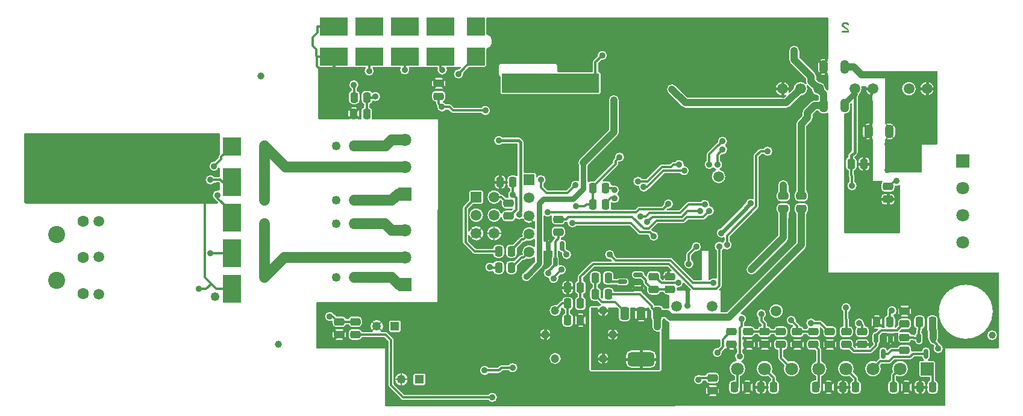
<source format=gbr>
*
G04 Job   : X:\MG\projects\L02-0101\PCB\L02-0101.pcb*
G04 User  : DESKTOP-LPE9H33:User*
G04 Layer : L02-0101_11_L2.gbr*
G04 Date  : Tue Mar 14 15:44:52 2017*
%ICAS*%
%MOIN*%
%FSLAX24Y24*%
%OFA0.0000B0.0000*%
G90*
G74*
%AMVB_RECTANGLE*
21,1,$1,$2,0,0,$3*
%
%AMVB_RCRECTANGLE*
$3=$3X2*
21,1,$1-$3,$2,0,0,0*
21,1,$1,$2-$3,0,0,0*
$1=$1/2*
$2=$2/2*
$3=$3/2*
$1=$1-$3*
$2=$2-$3*
1,1,$3X2,0-$1,0-$2*
1,1,$3X2,0-$1,$2*
1,1,$3X2,$1,$2*
1,1,$3X2,$1,0-$2*
%
%ADD15C,0.00591*%
%ADD14C,0.00787*%
%ADD16C,0.01181*%
%ADD13C,0.01575*%
%ADD19C,0.01772*%
%ADD17C,0.02362*%
%ADD18C,0.03150*%
%ADD70C,0.03543*%
%ADD10C,0.03937*%
%ADD33C,0.04724*%
%ADD11C,0.04921*%
%ADD12C,0.05906*%
%ADD22C,0.06299*%
%ADD28C,0.07087*%
%ADD21C,0.09449*%
%ADD72VB_RECTANGLE,0.04921X0.04921X180.00000*%
%ADD29VB_RECTANGLE,0.05906X0.05906X270.00000*%
%ADD27VB_RECTANGLE,0.07087X0.07087X90.00000*%
%ADD20VB_RECTANGLE,0.09843X0.09843X270.00000*%
%ADD23VB_RECTANGLE,0.15354X0.09843X0.00000*%
%ADD71VB_RECTANGLE,0.15354X0.09843X270.00000*%
%ADD73VB_RCRECTANGLE,0.05276X0.02362X0.00787*%
%ADD30VB_RCRECTANGLE,0.02362X0.05276X0.00787*%
%ADD24VB_RCRECTANGLE,0.05709X0.04331X0.01181*%
%ADD25VB_RCRECTANGLE,0.04331X0.05709X0.01181*%
%ADD26VB_RCRECTANGLE,0.04724X0.07087X0.01575*%
%ADD32VB_RCRECTANGLE,0.04921X0.07087X0.01181*%
%ADD31VB_RCRECTANGLE,0.14961X0.07874X0.01969*%
G01*
G36*
X-22579Y4331D02*
G03X-22618Y4370I39D01*
G01X-33346*
G03X-33386Y4331J39*
G01Y512*
G03X-33346Y472I40*
G01X-22691*
G03X-22652Y512J40*
X-22664Y540I39*
G01X-22799Y675*
G02X-22819Y700I97J98*
G03X-22832Y713I33J21*
G02X-22958Y933I130J220*
X-22702Y1189I256*
X-22629Y1178J256*
G03X-22618Y1177I11J38*
X-22579Y1216J39*
G01Y1608*
G03X-22618Y1648I39*
G01X-22735*
G03X-22746Y1646J40*
G02X-22785Y1640I39J132*
G01X-22864*
G03X-22895Y1625J39*
G02X-23100Y1522I205J153*
X-23356Y1778J256*
X-23100Y2034I256*
X-22895Y1932J256*
G03X-22864Y1916I31J23*
G01X-22828*
G03X-22817Y1918J39*
G02X-22778Y1923I39J133*
G01X-22618*
G03X-22579Y1963J40*
G01Y2431*
G03X-22618Y2471I39*
X-22655Y2445J40*
G02X-22894Y2282I239J93*
X-23149Y2538J256*
X-22894Y2794I255*
X-22857Y2791J256*
G03X-22852I5J39*
X-22824Y2802J39*
G01X-22644Y2982*
G03X-22633Y3010I28J28*
G01Y3048*
G02X-22593Y3146I138*
G01X-22590Y3148*
G03X-22579Y3176I28J28*
G01Y4331*
X-17224Y-5000D02*
G02X-17185Y-4961I39D01*
G01X-16756*
Y-5776*
G03X-16500Y-6032I256*
X-16386Y-6005J256*
G02X-16368Y-6001I18J35*
X-16329Y-6040J39*
G01Y-6870*
G03X-16132Y-7067I197*
G01X-15797*
G03X-15600Y-6870J197*
G01Y-6673*
G03X-15797Y-6476I197*
G01X-16132*
G03X-16329Y-6673J197*
G01Y-6161*
G03X-16132Y-6358I197*
G01X-15797*
G03X-15612Y-6227J197*
G02X-15575Y-6201I37J13*
G01X-15469*
G02X-15443Y-6210J39*
G01Y-6870*
G03X-15246Y-7067I197*
G01X-14911*
G03X-14726Y-6936J197*
G02X-14689Y-6909I37J13*
G01X-13484*
G02X-13456Y-6921J40*
G01X-13243Y-7135*
G02X-13231Y-7163I27J28*
G01Y-9582*
G03X-13191Y-9680I138*
G01X-12526Y-10345*
G03X-12428Y-10385I98J98*
G01X-7730*
G02X-7698Y-10401J39*
G03X-7494Y-10503I204J154*
X-7238Y-10247J256*
X-7494Y-9991I256*
X-7698Y-10094J256*
G02X-7730Y-10109I32J24*
G01X-12355*
G02X-12383Y-10098J39*
G01X-12944Y-9537*
G02X-12955Y-9509I28J28*
G01Y-7089*
G03X-12996Y-6992I138*
G01X-13313Y-6674*
G03X-13411Y-6634I98J98*
G01X-13619*
G02X-13658Y-6594J40*
X-13646Y-6566I39*
G03X-13541Y-6319I240J247*
X-13886Y-5974I345*
X-14230Y-6319J345*
X-14126Y-6566I344*
G02X-14114Y-6594I27J28*
X-14153Y-6634I39*
G01X-14689*
G02X-14726Y-6608J40*
G03X-14911Y-6476I185J65*
G01X-15246*
G03X-15443Y-6673J197*
G01Y-6210*
G02X-15432Y-6227I26J30*
G03X-15246Y-6358I186J66*
G01X-14911*
G03X-14715Y-6161J197*
G01Y-5965*
G03X-14911Y-5768I196*
G01X-15246*
G03X-15432Y-5899J197*
G02X-15469Y-5925I37J13*
G01X-15575*
G02X-15612Y-5899J39*
G03X-15797Y-5768I185J66*
G01X-16118*
G02X-16145Y-5756J40*
G01X-16223Y-5679*
G03X-16270Y-5648I97J97*
G02X-16288Y-5633I15J37*
G03X-16500Y-5520I212J143*
X-16756Y-5776J256*
G01Y-4961*
X-13211*
Y-6565*
G03X-13132Y-6644I79*
G01X-12872*
Y-9252*
G03X-12528Y-9596I344*
X-12183Y-9252J344*
X-12528Y-8907I345*
X-12872Y-9252J345*
G01Y-6644*
X-12640*
G03X-12561Y-6565J79*
G01Y-6073*
G03X-12640Y-5994I79*
G01X-13132*
G03X-13211Y-6073J79*
G01Y-4961*
X-11852*
Y-9498*
G03X-11774Y-9577I78*
G01X-11281*
G03X-11203Y-9498J79*
G01Y-9006*
G03X-11281Y-8927I78*
G01X-11774*
G03X-11852Y-9006J79*
G01Y-4961*
X-10531*
X-10512Y5118*
X-14131*
G02X-14171Y5157J39*
X-14168Y5172I40*
G03X-14154Y5246I182J74*
G01Y5581*
G03X-14285Y5766I196*
G02X-14311Y5803I13J37*
G01Y5805*
G02X-14307Y5823I39*
G03X-14291Y5886I122J63*
G01Y5949*
G02X-14265Y5986I39*
G03X-14137Y6135I66J185*
G02X-14099Y6167I38J8*
X-14079Y6162J40*
G03X-13955Y6130I124J223*
X-13699Y6385J255*
X-13955Y6641I256*
X-14104Y6594J256*
G02X-14127Y6586I23J32*
X-14161Y6606J40*
G03X-14331Y6703I170J100*
G01X-14528*
G03X-14724Y6506J197*
G01Y6171*
G03X-14593Y5986I196*
G02X-14567Y5949I13J37*
G01Y5947*
G02X-14571Y5929I39*
G03X-14587Y5866I122J63*
G01Y5803*
G02X-14613Y5766I39*
G03X-14744Y5581I66J185*
G01Y5246*
G03X-14730Y5172I197*
G02X-14727Y5157I36J15*
X-14766Y5118I39*
G01X-14840*
G02X-14879Y5157J39*
X-14877Y5172I39*
G03X-14862Y5246I182J74*
G01Y5581*
G03X-15059Y5778I197*
G01X-15256*
G03X-15453Y5581J197*
G01Y5246*
G03X-15438Y5172I197*
G02X-15436Y5157I37J15*
X-15475Y5118I39*
G01X-17087*
G02X-17126Y5157J39*
G01Y8006*
G02X-17087Y8045I39*
X-17071Y8042J39*
G03X-17039Y8035I32J72*
G01X-16120*
G02X-16102Y8031J39*
G01X-15433*
Y6171*
G03X-15236Y5974I197*
G01X-15039*
G03X-14843Y6171J197*
G01Y6506*
G03X-14974Y6691I196*
G02X-15000Y6729I13J38*
G01Y6816*
G02X-14986Y6846I39*
G03X-14897Y7040I167J194*
X-15153Y7296I256*
X-15409Y7040J256*
X-15293Y6826I256*
G02X-15276Y6793I22J33*
G01Y6729*
G02X-15302Y6691I39*
G03X-15433Y6506I66J185*
G01Y8031*
X-14531*
G02X-14492Y7992J39*
X-14502Y7966I39*
G03X-14566Y7796I192J170*
X-14310Y7540I256*
X-14055Y7796J256*
X-14119Y7966I255*
G02X-14129Y7992I29J26*
X-14090Y8031I39*
G01X-12602*
G02X-12562Y7992J39*
X-12567Y7974I40*
G03X-12597Y7854I226J120*
X-12341Y7598I256*
X-12085Y7854J256*
X-12114Y7974I256*
G02X-12119Y7992I34J18*
X-12080Y8031I39*
G01X-10827*
Y6309*
G03X-10638Y6112I197*
G02X-10600Y6073I2J39*
G01Y5989*
G03X-10560Y5891I137*
G01X-10549Y5881*
G02X-10538Y5853I28J28*
Y5847I39*
G03X-10541Y5811I253J36*
X-10285Y5555I256*
X-10080Y5658J256*
G02X-10049Y5673I31J24*
G01X-9940*
G02X-9912Y5662J39*
G01X-9770Y5520*
G03X-9673Y5480I97J97*
G01X-9118*
Y-1661*
G03X-9078Y-1759I138*
G01X-8574Y-2263*
G03X-8476Y-2303I98J98*
G01X-8183*
Y-8757*
G03X-7927Y-9013I256*
X-7722Y-8911J256*
G02X-7691Y-8895I31J23*
G01X-7129*
G03X-7032Y-8855J138*
G01X-6933Y-8756*
G02X-6905Y-8744I28J28*
G01X-6599*
G02X-6568Y-8760J40*
G03X-6363Y-8862I205J154*
X-6107Y-8606J256*
X-6363Y-8351I256*
X-6568Y-8453J255*
G02X-6599Y-8469I31J24*
G01X-6978*
G03X-7076Y-8509J137*
G01X-7175Y-8608*
G02X-7202Y-8619I27J28*
G01X-7691*
G02X-7722Y-8604J39*
G03X-7927Y-8501I205J153*
X-8183Y-8757J256*
G01Y-2303*
X-7888*
Y-3043*
G03X-7632Y-3299I256*
X-7495Y-3259J256*
G02X-7474Y-3253I21J33*
X-7436Y-3283J39*
G03X-7244Y-3435I192J45*
G01X-7047*
G03X-6850Y-3238J197*
G01Y-2904*
G03X-7047Y-2707I197*
G01X-7244*
G03X-7423Y-2821J197*
G02X-7458Y-2843I35J17*
X-7481Y-2836J39*
G03X-7632Y-2787I151J207*
X-7888Y-3043J256*
G01Y-2303*
X-7480*
G02X-7441Y-2341J40*
G03X-7244Y-2530I197J8*
G01X-7047*
G03X-6850Y-2333J197*
G01Y-1998*
G03X-7047Y-1801I197*
G01X-7244*
G03X-7441Y-1990J197*
G02X-7480Y-2028I39J2*
G01X-8403*
G02X-8431Y-2016J40*
G01X-8831Y-1616*
G02X-8842Y-1588I28J28*
G01Y-1290*
G02X-8803Y-1250I39*
X-8765Y-1279J40*
G03X-8386Y-1567I379J106*
X-7992Y-1173J394*
X-8386Y-780I394*
X-8765Y-1067J393*
G02X-8803Y-1096I38J10*
X-8842Y-1057J39*
G01Y159*
G02X-8831Y187I39*
G01X-8760Y258*
Y-173*
G03X-8386Y-547I374*
X-8012Y-173J374*
X-8386Y201I374*
X-8760Y-173J374*
G01Y258*
X-8577Y441*
G02X-8549Y453I28J28*
G01X-8091*
G03X-8012Y531J78*
G01Y1122*
G03X-8091Y1201I79*
G01X-8681*
G03X-8760Y1122J79*
G01Y664*
G02X-8771Y636I39*
G01X-9078Y330*
G03X-9118Y233I98J97*
G01Y5480*
X-8115*
G02X-8083Y5464J40*
G03X-7879Y5362I204J153*
X-7780Y5382J255*
G01Y-1173*
G03X-7386Y-1567I394*
X-6992Y-1173J394*
X-7386Y-780I394*
X-7780Y-1173J393*
G01Y5382*
G03X-7760Y5391I99J235*
G01Y827*
G03X-7386Y453I374*
X-7067Y632J374*
G02X-7033Y651I34J21*
X-7005Y639J40*
G01X-6970Y604*
G02X-6959Y576I28J28*
G01Y394*
G03X-6762Y197I197*
G01X-6427*
G03X-6405Y198J197*
G02X-6401I4J39*
X-6361Y159J39*
X-6373Y131I40*
G01X-6414Y90*
G02X-6441Y79I27J28*
G01X-6762*
G03X-6952Y-66J197*
G02X-6990Y-95I38J11*
X-7027Y-67J40*
G03X-7386Y201I359J106*
X-7760Y-173J374*
X-7386Y-547I374*
X-7035Y-303J374*
G02X-6998Y-277I37J13*
X-6959Y-316J39*
G03X-6762Y-512I197J1*
G01X-6427*
G03X-6236Y-364J197*
G02X-6198Y-334I38J9*
X-6173Y-343J39*
G03X-6010Y-402I163J197*
X-5867Y-359J256*
G02X-5845Y-352I22J32*
X-5810Y-375J39*
G03X-5453Y-602I357J166*
X-5199Y-510J393*
G02X-5174Y-501I25J30*
X-5135Y-540J39*
G01Y-903*
G02X-5174Y-943I39*
X-5201Y-932J40*
G03X-5453Y-835I252J277*
X-5827Y-1209J374*
X-5808Y-1325I374*
G02X-5806Y-1338I37J13*
X-5845Y-1377I39*
G01X-5855*
G03X-5953Y-1417J138*
G01X-6325Y-1790*
G02X-6353Y-1801I28J28*
G01X-6535*
G03X-6732Y-1998J197*
G01Y-2333*
G03X-6535Y-2530I197*
G01X-6339*
G03X-6142Y-2333J197*
G01Y-2012*
G02X-6130Y-1985I40*
G01X-5810Y-1664*
G02X-5782Y-1653I28J28*
G01X-5759*
G03X-5662Y-1612J138*
G01X-5619Y-1570*
G02X-5592Y-1559I27J28*
X-5578Y-1561J39*
G03X-5453Y-1583I125J352*
X-5201Y-1485J374*
G02X-5174Y-1475I27J29*
X-5135Y-1514J39*
G01Y-1903*
G02X-5174Y-1943I39*
X-5201Y-1932J40*
G03X-5453Y-1835I252J277*
X-5827Y-2209J374*
X-5808Y-2325I374*
G02X-5806Y-2338I37J13*
X-5845Y-2377I39*
G01X-5881*
G03X-5978Y-2417J138*
G01X-6261Y-2700*
G02X-6289Y-2712I28J27*
X-6297Y-2711J39*
G03X-6339Y-2707I42J193*
G01X-6535*
G03X-6732Y-2904J197*
G01Y-3238*
G03X-6535Y-3435I197*
G01X-6339*
G03X-6142Y-3238J197*
G01Y-2987*
G02X-6130Y-2959I40*
G01X-5835Y-2664*
G02X-5808Y-2653I27J28*
G01X-5759*
G03X-5662Y-2612J138*
G01X-5619Y-2570*
G02X-5592Y-2559I27J28*
X-5578Y-2561J39*
G03X-5453Y-2583I125J352*
X-5201Y-2485J374*
G02X-5174Y-2475I27J29*
X-5135Y-2514J39*
G01Y-2741*
G02X-5146Y-2769I39*
G01X-5708Y-3331*
G02X-5720Y-3339I28J28*
G03X-5872Y-3573I104J234*
X-5616Y-3829I256*
X-5382Y-3677J256*
G02X-5374Y-3665I36J16*
G01X-4882Y-3173*
Y-6772*
G03X-4567Y-7087I315*
X-4334Y-6984J315*
G01Y-8094*
G03X-4019Y-8409I315*
X-3704Y-8094J315*
X-4019Y-7779I315*
X-4334Y-8094J315*
G01Y-6984*
G03X-4252Y-6772I233J212*
X-4567Y-6457I315*
X-4882Y-6772J315*
G01Y-3173*
X-4731Y-3023*
G03X-4662Y-2856I167J167*
G01Y-2167*
G02X-4623Y-2128I39*
X-4588Y-2148J39*
G03X-4449Y-2232I139J73*
G01X-4370*
G03X-4228Y-2143J157*
G02X-4193Y-2121I35J18*
X-4154Y-2161J40*
G01Y-2430*
G02X-4165Y-2458I39*
G03X-4213Y-2571I110J113*
G01Y-2887*
G02X-4224Y-2915I39*
G01X-4404Y-3095*
G02X-4427Y-3106I28J28*
G03X-4653Y-3360I30J254*
X-4397Y-3616I256*
X-4394J256*
G01X-4393*
G02X-4354Y-3656J40*
Y-3658I39*
G03Y-3674I256J16*
X-4334Y-3773I256*
G01Y-5449*
G03X-4019Y-5764I315*
X-3704Y-5449J315*
X-3715Y-5368I315*
G02X-3716Y-5358I38J10*
X-3705Y-5330I39*
G01X-3669Y-5294*
G02X-3641Y-5283I28J28*
X-3605Y-5306J39*
G03X-3491Y-5412I180J80*
G02X-3465Y-5449I13J37*
G01Y-5594*
G02X-3491Y-5631I39*
G03X-3622Y-5817I66J186*
G01Y-6152*
G03X-3425Y-6348I197*
G01X-3228*
G03X-3031Y-6152J196*
G01Y-5817*
G03X-3163Y-5631I197*
G02X-3189Y-5594I13J37*
G01Y-5449*
G02X-3163Y-5412I39*
G03X-3031Y-5226I65J186*
G01Y-4892*
G03X-3228Y-4695I197*
G01X-3425*
G03X-3622Y-4886J197*
G02X-3654Y-4924I39J1*
G03X-3726Y-4962I25J135*
G01X-3900Y-5135*
G02X-3927Y-5146I27J28*
X-3938Y-5145J39*
G03X-4019Y-5134I81J304*
X-4334Y-5449J315*
G01Y-3773*
G03X-4098Y-3930I236J99*
X-3842Y-3674J256*
X-3855Y-3595I256*
G02X-3857Y-3583I38J12*
X-3845Y-3555I40*
G01X-3745Y-3456*
G02X-3717Y-3444I28J27*
X-3712J39*
G03X-3676Y-3447I36J253*
X-3622Y-3441J256*
G01Y-4341*
G03X-3425Y-4537I197*
G01X-3228*
G03X-3031Y-4341J196*
G01Y-4006*
G03X-3228Y-3809I197*
G01X-3425*
G03X-3622Y-4006J197*
G01Y-3441*
G03X-3420Y-3191I54J250*
X-3676Y-2935I256*
X-3766Y-2952J256*
G02X-3780Y-2954I14J37*
X-3819Y-2915J39*
G01Y-2571*
G03X-3866Y-2458I157*
G02X-3878Y-2430I27J28*
G01Y-2161*
G02X-3839Y-2121I39*
X-3803Y-2143J40*
G03X-3669Y-2232I142J68*
G02X-3631Y-2271I1J39*
X-3633Y-2282I39*
G03X-3642Y-2352I247J70*
X-3386Y-2608I256*
X-3130Y-2352J256*
X-3353Y-2098I256*
G02X-3376Y-2087I5J39*
G01X-3414Y-2049*
G02X-3425Y-2021I28J28*
G01Y-1705*
G03X-3583Y-1547I158*
G01X-3661*
G03X-3667J158*
G01X-3669*
G02X-3708Y-1508J39*
X-3707Y-1497I39*
G03X-3701Y-1457I132J40*
G01Y-1437*
G02X-3663Y-1397I40*
G03X-3474Y-1201I8J196*
G01Y-1004*
G03X-3671Y-807I197*
G01X-4006*
G03X-4203Y-1004J197*
G01Y-1201*
G03X-4053Y-1392I197*
G02X-4023Y-1430I10J38*
X-4035Y-1458I40*
G01X-4113Y-1536*
G03X-4153Y-1623I97J98*
G02X-4192Y-1659I39J3*
X-4228Y-1637J39*
G03X-4370Y-1547I142J68*
G01X-4449*
G03X-4588Y-1631J158*
G02X-4623Y-1652I35J18*
X-4662Y-1613J39*
G01Y-229*
G02X-4623Y-190I39*
X-4597Y-199J39*
G03X-4431Y-260I166J195*
X-4257Y-191J256*
G02X-4230Y-181I27J29*
X-4191Y-220J39*
X-4193Y-233I39*
G03X-4203Y-295I187J62*
G01Y-492*
G03X-4006Y-689I197*
G01X-3671*
G03X-3486Y-558J197*
G02X-3449Y-531I37J13*
G01X-3415*
G03X-3380Y-527J137*
G02X-3369Y-525I11J38*
X-3330Y-565J40*
Y-569I39*
G03X-3331Y-595I254J26*
X-3076Y-850I255*
X-2913Y-793J255*
G01Y-4341*
G03X-2782Y-4526I196*
G02X-2756Y-4563I13J37*
G01Y-4669*
G02X-2782Y-4706I39*
G03X-2913Y-4892I65J186*
G01Y-6152*
G03X-2717Y-6348I196*
G01X-2520*
G03X-2323Y-6152J196*
G01Y-5817*
G03X-2520Y-5620I197*
G01X-2717*
G03X-2913Y-5817J197*
G01Y-5226*
G03X-2717Y-5423I196*
G01X-2520*
G03X-2323Y-5226J197*
G01Y-4892*
G03X-2454Y-4706I197*
G02X-2480Y-4669I13J37*
G01Y-4563*
G02X-2454Y-4526I39*
G03X-2323Y-4341I66J185*
G01Y-4006*
G03X-2454Y-3820I197*
G02X-2480Y-3783I13J37*
G01Y-3654*
G02X-2469Y-3626I39*
G01X-1861Y-3018*
G02X-1833Y-3006I28J28*
G01X-1378*
Y-3809*
G03X-1181Y-4006I197*
G01X-984*
G03X-928Y-3998J197*
G02X-917Y-3996I11J37*
G01X-621*
G02X-593Y-4008J39*
G03X-480Y-4055I113J110*
G01X-110*
G03X47Y-3898J157*
G01Y-3819*
G03X-110Y-3661I157*
G01X-480*
G03X-593Y-3709J158*
G02X-621Y-3720I28J28*
G01X-748*
G02X-787Y-3681J39*
G01Y-3474*
G03X-984Y-3278I197*
G01X-1181*
G03X-1378Y-3474J196*
G01Y-3006*
X2202*
G02X2230Y-3018J40*
G01X2413Y-3201*
G02X2424Y-3228I28J27*
X2385Y-3268I39*
G01X2175*
G03X1978Y-3465J197*
G01Y-3661*
G03X1990Y-3727I197*
G02X1992Y-3740I38J13*
X1952Y-3780I40*
G01X1934*
G02X1906Y-3768J40*
G01X1813Y-3675*
G02X1801Y-3647I28J28*
G01Y-3465*
G03X1604Y-3268I197*
G01X1270*
G03X1073Y-3465J197*
G01Y-3531*
G02X1033Y-3570I40*
X1006Y-3559J39*
G01X925Y-3478*
G02X913Y-3450I28J28*
G01Y-3425*
G03X756Y-3268I157*
G01X386*
G03X228Y-3425J157*
G01Y-3504*
G03X386Y-3661I158*
G01X702*
G02X730Y-3673J40*
G01X864Y-3807*
G02X876Y-3835I27J28*
G01Y-3917*
G03X916Y-4015I138*
G01X1061Y-4160*
G02X1073Y-4188I28J28*
G01Y-4370*
G03X1270Y-4567I197*
G01X1604*
G03X1790Y-4436J197*
G02X1827Y-4409I37J13*
G01X1952*
G02X1990Y-4436J40*
G03X2175Y-4567I185J66*
G01X2244*
G02X2283Y-4606J39*
G01Y-5308*
G02X2244Y-5347I39*
X2233Y-5346J39*
G03X2156Y-5335I77J264*
G01X1985*
G02X1947Y-5308J40*
G03X1762Y-5177I185J66*
G01X1506*
G03X1495J197*
G02X1493I2J39*
X1456Y-5150J39*
G03X1422Y-5096I131J43*
G01X820Y-4493*
G02X808Y-4465I28J28*
X829Y-4431I40*
G03X913Y-4291I73J140*
G01Y-4213*
G03X756Y-4055I157*
G01X386*
G03X228Y-4213J158*
G01Y-4291*
G03X241Y-4354I158*
G02X245Y-4370I36J16*
X205Y-4409I40*
G01X-748*
G02X-788Y-4372J39*
G03X-984Y-4183I196J8*
G01X-1181*
G03X-1378Y-4380J197*
G01Y-4715*
G03X-1377Y-4737I197*
G02X-1376Y-4741I39J4*
X-1416Y-4780I40*
X-1444Y-4769J39*
G01X-1485Y-4728*
G02X-1496Y-4700I28J28*
G01Y-4380*
G03X-1627Y-4194I197*
G02X-1654Y-4157I13J37*
G01Y-4032*
G02X-1627Y-3995I40*
G03X-1496Y-3809I66J186*
G01Y-3474*
G03X-1693Y-3278I197*
G01X-1890*
G03X-2087Y-3474J196*
G01Y-3809*
G03X-1955Y-3995I197*
G02X-1929Y-4032I14J37*
G01Y-4157*
G02X-1955Y-4194I40*
G03X-2087Y-4380I65J186*
G01Y-4715*
G03X-1890Y-4911I197*
G01X-1707*
G02X-1679Y-4923J40*
G01X-1534Y-5068*
G03X-1502Y-5092I97J98*
G02X-1481Y-5127I19J35*
X-1505Y-5162I40*
G03X-1553Y-5190I130J287*
G02X-1575Y-5197I22J33*
G01X-2047*
G03X-2126Y-5276J79*
G01Y-8740*
G03X-2047Y-8819I79*
G01X1772*
G03X1850Y-8740J79*
G01Y-6543*
G02X1859Y-6518I40*
G03X1918Y-6348I217J170*
X1911Y-6283I276*
G02X1909Y-6274I38J9*
G01Y-5991*
G02X1918Y-5967I40*
G03X1947Y-5912I156J121*
G02X1985Y-5886I38J13*
G01X2025*
G02X2053Y-5897J39*
G01X2168Y-6012*
G03X2259Y-6073I194J195*
G02X2283Y-6109I15J36*
G01Y-7047*
X3654*
Y-9265*
G03X3910Y-9521I256*
X4155Y-9339J256*
G02X4193Y-9311I38J11*
G01X4295*
G02X4321Y-9321J39*
G01Y-9980*
G03X4518Y-10177I197*
G01X4852*
G03X5049Y-9980J197*
G01Y-9783*
G03X4852Y-9587I197*
G01X4518*
G03X4321Y-9783J196*
G01Y-9321*
G02X4332Y-9337I26J29*
G03X4518Y-9469I186J65*
G01X4852*
G03X5049Y-9272J197*
G01Y-9075*
G03X4852Y-8878I197*
G01X4518*
G03X4332Y-9009J197*
G02X4295Y-9035I37J13*
G01X4031*
G02X4015Y-9032J39*
G03X3910Y-9009I105J233*
X3654Y-9265J256*
G01Y-7047*
X5087*
G02X5127Y-7087J40*
G01Y-7381*
G02X5115Y-7409I40*
G01X5019Y-7505*
G02X4991Y-7516I28J28*
X4986J39*
G03X4950Y-7513I36J253*
X4694Y-7769J256*
X4950Y-8025I256*
X5205Y-7769J256*
X5203Y-7733I255*
G02X5202Y-7727I39J6*
X5214Y-7700I40*
G01X5362Y-7552*
G03X5368Y-7545I98J98*
G02X5398Y-7531I30J26*
X5428Y-7546J40*
G03X5581Y-7618I153J125*
G01X5915*
G03X5997Y-7600J197*
G02X6013Y-7597I16J36*
X6053Y-7636J39*
G01Y-7750*
G02X6037Y-7781I40*
G03X5935Y-7986I153J205*
X6010Y-8168I255*
G02X6022Y-8196I27J28*
X5989Y-8235I39*
G03X5630Y-8661I74J426*
X5901Y-9063I433*
G02X5925Y-9099I15J36*
G01Y-9281*
G02X5886Y-9321I39*
G01X5807*
G03X5610Y-9518J197*
G01Y-9852*
G03X5807Y-10049I197*
G01X6004*
G03X6201Y-9852J197*
G01Y-9099*
G02X6225Y-9063I39*
G03X6319Y-9011I162J402*
G01Y-9852*
G03X6516Y-10049I197*
G01X6713*
G03X6909Y-9852J197*
G01Y-9518*
G03X6713Y-9321I196*
G01X6516*
G03X6319Y-9518J197*
G01Y-9011*
G03X6496Y-8661I256J350*
X6287Y-8291I433*
G02X6268Y-8257I20J34*
X6292Y-8221I39*
G03X6446Y-7986I102J235*
X6344Y-7781I256*
G02X6328Y-7750I24J31*
G01Y-7626*
G02X6368Y-7586I40*
X6387Y-7592J40*
G03X6486Y-7618I99J171*
G01X6821*
G03X7018Y-7421J197*
G01Y-7224*
G03X6821Y-7028I197*
G01X6486*
G03X6388Y-7054J196*
G02X6368Y-7059I20J34*
X6329Y-7020J39*
G01Y-6917*
G02X6368Y-6878I39*
X6388Y-6883J39*
G03X6486Y-6909I98J170*
G01X6821*
G03X7006Y-6778J196*
G02X7044Y-6752I38J13*
G01X7067*
Y-9852*
G03X7264Y-10049I197*
G01X7461*
G03X7657Y-9852J197*
G01Y-9518*
G03X7461Y-9321I196*
G01X7264*
G03X7067Y-9518J197*
G01Y-6752*
X7130*
Y-8661*
G03X7563Y-9094I433*
X7732Y-9060J433*
G02X7747Y-9057I15J36*
X7775Y-9069J39*
G01X7922Y-9215*
G02X7933Y-9243I28J28*
G01Y-9295*
G02X7907Y-9332I39*
G03X7776Y-9518I65J186*
G01Y-9852*
G03X7972Y-10049I196*
G01X8169*
G03X8366Y-9852J197*
G01Y-9518*
G03X8235Y-9332I197*
G02X8209Y-9295I13J37*
G01Y-9169*
G03X8168Y-9072I138*
G01X7970Y-8874*
G02X7959Y-8846I28J28*
X7962Y-8830I39*
G03X7996Y-8661I399J169*
X7563Y-8228I433*
X7130Y-8661J433*
G01Y-6752*
X7169*
G02X7195Y-6762J39*
G01Y-7421*
G03X7392Y-7618I197*
G01X7726*
G03X7923Y-7421J197*
G01Y-7224*
G03X7726Y-7028I197*
G01X7392*
G03X7195Y-7224J196*
G01Y-6762*
G02X7206Y-6778I26J29*
G03X7392Y-6909I186J65*
G01X7726*
G03X7912Y-6778J196*
G02X7949Y-6752I37J13*
G01X8075*
G02X8100Y-6762J39*
G01Y-7421*
G03X8289Y-7618I197*
G02X8327Y-7657I2J39*
G01Y-8063*
G03X8367Y-8160I138*
G01X8656Y-8449*
G02X8667Y-8477I28J28*
X8664Y-8492I39*
G03X8630Y-8661I399J169*
X9063Y-9094I433*
X9496Y-8661J433*
X9063Y-8228I433*
X8894Y-8263J433*
G02X8879Y-8266I15J37*
X8851Y-8254J40*
G01X8614Y-8017*
G02X8602Y-7990I28J27*
G01Y-7657*
G02X8640Y-7618I40*
G03X8829Y-7421I8J197*
G01Y-7224*
G03X8632Y-7028I197*
G01X8297*
G03X8100Y-7224J196*
G01Y-6762*
G02X8112Y-6778I25J29*
G03X8297Y-6909I185J65*
G01X8632*
G03X8829Y-6713J196*
G01Y-6516*
G03X8632Y-6319I197*
G01X8297*
G03X8112Y-6450J197*
G02X8075Y-6476I37J13*
G01X7949*
G02X7912Y-6450J39*
G03X7735Y-6319I186J66*
G02X7697Y-6280I1J39*
G01Y-6189*
G03X7656Y-6091I138*
G01X7536Y-5971*
G02X7524Y-5943I28J28*
G01Y-5866*
G02X7540Y-5835I40*
G03X7643Y-5630I153J205*
X7387Y-5374I256*
X7131Y-5630J256*
X7233Y-5835I256*
G02X7249Y-5866I24J31*
G01Y-6016*
G03X7289Y-6114I138*
G01X7410Y-6234*
G02X7421Y-6262I28J28*
G01Y-6280*
G02X7384Y-6319I39*
G03X7206Y-6450I8J197*
G02X7169Y-6476I37J13*
G01X7044*
G02X7006Y-6450J39*
G03X6821Y-6319I185J66*
G01X6486*
G03X6471J197*
G02X6468Y-6320I3J39*
X6429Y-6280J40*
G01Y-6134*
G02X6445Y-6102I39*
G03X6547Y-5898I154J204*
X6291Y-5642I256*
X6270Y-5643J256*
G02X6267I3J40*
X6228Y-5603J40*
X6239Y-5575I39*
G01X7835Y-3980*
Y-5472*
G03X8209Y-5846I374*
X8583Y-5472J374*
X8209Y-5098I374*
X7835Y-5472J374*
G01Y-3980*
X8789Y-3025*
Y-5988*
G03X9045Y-6244I256*
X9081Y-6241J256*
G02X9087I6J39*
X9115Y-6253J39*
G01X9134Y-6272*
G02X9146Y-6300I27J28*
X9123Y-6336I39*
G03X9006Y-6516I80J180*
G01Y-7421*
G03X9203Y-7618I197*
G01X9537*
G03X9734Y-7421J197*
G01Y-7224*
G03X9537Y-7028I197*
G01X9203*
G03X9006Y-7224J196*
G01Y-6713*
G03X9203Y-6909I197*
G01X9537*
G03X9723Y-6778J196*
G02X9760Y-6752I37J13*
G01X9886*
G02X9911Y-6762J39*
G01Y-7421*
G03X10108Y-7618I197*
G01X10360*
G02X10388Y-7630J39*
G01X10414Y-7656*
G02X10425Y-7684I28J28*
G01Y-8223*
G02X10401Y-8260I39*
G03X10130Y-8661I162J401*
X10401Y-9063I433*
G02X10425Y-9099I15J36*
G01Y-9281*
G02X10386Y-9321I39*
G01X10295*
G03X10098Y-9518J197*
G01Y-9852*
G03X10295Y-10049I197*
G01X10492*
G03X10689Y-9852J197*
G01Y-9749*
G02X10692Y-9735I39*
G03X10701Y-9685I129J50*
G01Y-9099*
G02X10725Y-9063I39*
G03X10807Y-9019I162J402*
G01Y-9852*
G03X11004Y-10049I197*
G01X11201*
G03X11398Y-9852J197*
G01Y-9518*
G03X11201Y-9321I197*
G01X11004*
G03X10807Y-9518J197*
G01Y-9019*
G03X10996Y-8661I244J358*
X10725Y-8260I433*
G02X10701Y-8223I15J37*
G01Y-7610*
G03X10660Y-7513I138*
G01X10646Y-7498*
G02X10635Y-7471I28J27*
Y-7462I39*
G03X10640Y-7421I192J41*
G01Y-7224*
G03X10443Y-7028I197*
G01X10108*
G03X9911Y-7224J196*
G01Y-6762*
G02X9923Y-6778I25J29*
G03X10108Y-6909I185J65*
G01X10443*
G03X10640Y-6713J196*
G01Y-6516*
G03X10616Y-6422I197*
G02X10611Y-6403I34J19*
X10650Y-6364I39*
X10678Y-6375J39*
G01X10805Y-6502*
G02X10817Y-6530I27J28*
G01Y-7421*
G03X11014Y-7618I197*
G01X11348*
G03X11545Y-7421J197*
G01Y-7224*
G03X11348Y-7028I197*
G01X11014*
G03X10817Y-7224J196*
G01Y-6713*
G03X11014Y-6909I197*
G01X11348*
G03X11545Y-6713J196*
G01Y-6516*
G03X11348Y-6319I197*
G01X11028*
G02X11000Y-6307J39*
G01X10737Y-6044*
G03X10640Y-6004I97J97*
G01X10362*
G02X10331Y-5988J40*
G03X10126Y-5886I205J153*
X9870Y-6141J255*
X9955Y-6332I256*
G02X9969Y-6362I26J30*
X9959Y-6387I40*
G03X9923Y-6450I149J129*
G02X9886Y-6476I37J13*
G01X9760*
G02X9723Y-6450J39*
G03X9543Y-6319I186J66*
G02X9505Y-6287I1J39*
G03X9468Y-6216I135J26*
G01X9310Y-6058*
G02X9298Y-6030I28J28*
X9299Y-6024I40*
G03X9301Y-5988I254J36*
X9045Y-5732I256*
X8789Y-5988J256*
G01Y-3025*
X9801Y-2013*
G03X9882Y-1819I195J194*
G01Y-96*
G02X9897Y-65I39*
G03X9970Y89I123J154*
G01Y285*
G03X9774Y482I196*
G01X9439*
G03X9242Y285J197*
G01Y89*
G03X9316Y-65I197*
G02X9331Y-96I25J31*
G01Y-1688*
G02X9319Y-1716I40*
G01X5505Y-5530*
G02X5477Y-5542I28J28*
G01X5157*
G02X5118Y-5502J40*
G01Y-4331*
X5087*
G02X5047Y-4291J40*
X5059Y-4263I40*
G01X5152Y-4170*
G03X5193Y-4073I97J97*
G01Y-2325*
G02X5194Y-2314I39*
G03X5200Y-2275I132J39*
G01Y-2131*
G02X5216Y-2100I39*
G03X5278Y-2032I154J205*
G02X5311Y-2014I33J21*
X5335Y-2022J39*
G03X5488Y-2073I153J205*
X5744Y-1817J256*
X5642Y-1612I256*
G02X5626Y-1581I23J31*
G01Y-1381*
G02X5637Y-1353I39*
G01X6567Y-424*
Y-3182*
G03X6843Y-3458I276*
X7037Y-3377J276*
G01X8800Y-1615*
G03X8881Y-1420I195J195*
G01Y-372*
G02Y-364I39*
G03X8888Y-305I269J59*
G01Y-96*
G02X8903Y-65I39*
G03X8976Y89I123J154*
G01Y285*
G03X8780Y482I196*
G01X8445*
G03X8248Y285J197*
G01Y89*
G03X8322Y-65I197*
G02X8337Y-96I25J31*
G01Y-245*
G02X8336Y-253I40*
G03X8329Y-312I269J59*
G01Y-1289*
G02X8318Y-1317I39*
G01X6648Y-2987*
G03X6567Y-3182I195J195*
G01Y-424*
X7201Y210*
G03X7241Y308I98J98*
G01Y3035*
G02X7253Y3063I39*
G01X7400Y3210*
G02X7427Y3221I27J28*
G01X7509*
G02X7540Y3205J39*
G03X7745Y3103I205J154*
X8001Y3359J256*
X7745Y3615I256*
X7540Y3512J256*
G02X7509Y3497I31J24*
G01X7354*
G03X7257Y3456J138*
G01X7006Y3206*
G03X6965Y3108I97J98*
G01Y743*
G02X6926Y704I39*
X6908Y709J39*
G03X6788Y738I120J227*
X6535Y518J256*
G02X6524Y496I39J6*
G01X6385Y357*
G03X6338Y283I139J139*
G02X6329Y269I37J14*
G01X5361Y-699*
X5360Y-701*
G03X5353Y-707I132J145*
G01X5163Y-896*
G02X5141Y-908I27J27*
G03X4921Y-1161I36J253*
X5177Y-1417I256*
X5293Y-1389J256*
G02X5311Y-1385I18J35*
X5350Y-1424J39*
G01Y-1581*
G02X5334Y-1612I39*
G03X5272Y-1680I154J205*
G02X5239Y-1698I33J21*
X5215Y-1690J39*
G03X5062Y-1639I153J205*
X4806Y-1895J256*
X4909Y-2100I256*
G02X4924Y-2131I24J31*
G01Y-2233*
G02X4923Y-2244I39*
G03X4917Y-2282I132J38*
G01Y-3657*
G02X4878Y-3696I39*
X4859Y-3691J39*
G03X4735Y-3659I124J224*
X4538Y-3752J256*
G02X4508Y-3766I30J25*
X4469Y-3727J39*
G01Y-2146*
X4094*
Y-3738*
G02X4055Y-3777I39*
G01X3674*
G02X3646Y-3766J39*
G01X2454Y-2573*
G03X2356Y-2533I98J98*
G01X-609*
G02X-637Y-2521J40*
G01X-737Y-2421*
G02X-749Y-2394I28J27*
X-748Y-2388I40*
G03X-746Y-2352I254J36*
X-1002Y-2096I256*
X-1258Y-2352J256*
X-1002Y-2608I256*
X-965Y-2605J256*
G02X-960I5J39*
X-932Y-2616J39*
G01X-885Y-2664*
G02X-873Y-2691I28J27*
X-913Y-2731I40*
G01X-1906*
G03X-2004Y-2771J138*
G01X-2716Y-3483*
G03X-2756Y-3580I98J97*
G01Y-3783*
G02X-2782Y-3820I39*
G03X-2913Y-4006I65J186*
G01Y-793*
G03X-2871Y-748I163J198*
G02X-2839Y-732I32J24*
G01X82*
G02X110Y-744J40*
G01X582Y-1216*
G03X679Y-1256I97J98*
G01X1142*
G02X1181Y-1295J39*
Y-1300I39*
G03X1179Y-1329I254J29*
X1435Y-1585I256*
X1691Y-1329J256*
X1435Y-1073I256*
X1399Y-1075J256*
G02X1393Y-1076I6J39*
X1366Y-1064J40*
G01X1322Y-1021*
G03X1316Y-1015I98J97*
G02X1303Y-986I26J29*
X1315Y-958I39*
G01X1645Y-627*
G02X1673Y-616I28J28*
G01X3076*
G03X3118Y-609J138*
G01Y-2868*
G03X3374Y-3124I256*
X3630Y-2868J256*
X3528Y-2663I256*
G02X3512Y-2632I23J31*
G01Y-2408*
G02X3523Y-2380I39*
G01X3726Y-2178*
G02X3753Y-2167I27J28*
X3759J39*
G03X3795Y-2170I36J253*
X4051Y-1914J256*
X3795Y-1658I256*
X3539Y-1914J256*
X3542Y-1950I256*
G02Y-1956I39J6*
X3531Y-1983I39*
G01X3277Y-2237*
G03X3236Y-2335I97J98*
G01Y-2632*
G02X3220Y-2663I39*
G03X3118Y-2868I154J205*
G01Y-609*
G03X3173Y-575I42J131*
G01X3320Y-428*
G02X3348Y-417I28J28*
G01X4170*
G03X4267Y-376J138*
G01X4444Y-200*
G02X4472Y-188I28J28*
X4477Y-189J40*
G03X4513Y-191I36J254*
X4769Y65J256*
X4546Y318I256*
G02X4512Y357I5J39*
Y365I39*
G03X4518Y417I250J52*
X4262Y673I256*
X4057Y571J256*
G02X4026Y555I31J23*
G01X3380*
G03X3283Y514J138*
G01X2869Y101*
G02X2841Y89I28J28*
G01X2180*
G02X2140Y129J40*
X2152Y156I40*
G01X2180Y184*
G02X2208Y196I28J27*
X2213Y195J39*
G03X2249Y193I36J254*
X2505Y449J256*
X2249Y705I256*
X1994Y449J256*
X1996Y413I255*
G02X1997Y407I39J6*
X1985Y379I40*
G01X1922Y316*
G02X1894Y305I28J28*
G01X644*
G03X547Y265J138*
G01X427Y145*
G02X399Y133I28J28*
G01X-905*
G02X-944Y173J40*
X-941Y188I39*
G03X-925Y266I181J78*
G01Y510*
G02X-886Y549I39*
X-864Y543J39*
G03X-725Y501I139J214*
X-469Y757J256*
X-567Y959I256*
G02X-582Y990I24J31*
X-568Y1019I39*
G03X-479Y1213I167J194*
X-735Y1469I256*
X-786Y1464J256*
G02X-794Y1463I8J39*
X-809Y1466J40*
G03X-861Y1476I52J127*
G01X-886*
G02X-925Y1514J40*
G03X-1122Y1703I197J8*
G01X-1319*
G03X-1341Y1702J197*
G02X-1345Y1701I4J39*
X-1385Y1741J40*
X-1373Y1768I40*
G01X-585Y2557*
G03X-544Y2655I97J98*
G01Y2742*
G02X-533Y2770I39*
G01X-529Y2773*
G02X-501Y2785I28J27*
X-495J39*
G03X-459Y2782I36J253*
X-203Y3038J256*
X-459Y3294I256*
X-715Y3038J256*
X-713Y3002I256*
G02X-712Y2996I39J6*
X-724Y2968I40*
G01X-779Y2913*
G03X-820Y2815I97J98*
G01Y2728*
G02X-831Y2700I39*
G01X-1817Y1714*
G02X-1845Y1703I28J28*
G01X-2028*
G03X-2158Y1654J197*
G02X-2184Y1644I26J29*
X-2223Y1683J39*
G01Y2556*
G02X-2211Y2584I39*
G01X-577Y4219*
G03X-496Y4414I195J195*
G01Y5552*
G03X-497Y5578I276*
G02Y5581I39J3*
G01Y6188*
G03X-773Y6463I276*
X-1049Y6188J275*
G01Y5553*
G03X-1047Y5528I276*
G02Y5524I40J4*
G01Y4544*
G02X-1059Y4516I40*
G01X-2654Y2921*
G03X-2735Y2726I195J195*
X-2700Y2593I276*
G02X-2695Y2574I35J19*
G01Y1737*
G02X-2735Y1698I40*
X-2756Y1704J39*
G03X-2892Y1743I136J217*
X-3148Y1487J256*
X-3145Y1451I256*
G02Y1445I39J6*
X-3157Y1417I39*
G01X-3364Y1210*
G02X-3392Y1198I28J27*
G01X-4428*
G02X-4456Y1209J39*
G01X-4653Y1407*
G02X-4665Y1435I28J28*
G01Y1549*
G02X-4649Y1580I40*
G03X-4546Y1785I153J205*
X-4802Y2041I256*
X-5008Y1937J256*
G02X-5039Y1922I31J24*
X-5079Y1961J39*
G01Y2087*
G03X-5157Y2165I78*
G01X-5739*
G02X-5778Y2205J40*
G01Y3863*
G03X-5824Y3974I158*
G01X-5918Y4068*
G03X-6029Y4114I111J111*
G01X-6916*
G02X-6945Y4127J40*
G03X-7136Y4213I191J170*
X-7392Y3957J256*
X-7362Y3837I256*
G01Y1486*
G03X-7165Y1289I197*
G01X-6969*
G03X-6772Y1486J197*
G01Y1821*
G03X-6969Y2018I197*
G01X-7165*
G03X-7362Y1821J197*
G01Y3837*
G03X-7136Y3701I226J120*
X-6945Y3786J256*
G02X-6916Y3799I29J26*
G01X-6133*
G02X-6093Y3760J39*
G01Y2020*
G02X-6133Y1981I40*
X-6154Y1987J39*
G03X-6260Y2018I106J166*
G01X-6457*
G03X-6654Y1821J197*
G01Y1486*
G03X-6522Y1301I197*
G02X-6496Y1264I13J37*
G01Y1202*
G02X-6512Y1170I39*
G03X-6616Y965I152J205*
X-6586Y845I256*
G02X-6581Y827I35J18*
X-6621Y787I40*
G01X-6747*
G02X-6775Y799J40*
G01X-6901Y924*
G03X-6998Y965I97J97*
G01X-7012*
G02X-7048Y987J39*
G03X-7386Y1201I338J160*
X-7760Y827J374*
G01Y5391*
G03X-7623Y5617I119J226*
X-7879Y5873I256*
X-8083Y5771J256*
G02X-8115Y5755I32J24*
G01X-9599*
G02X-9627Y5767J40*
G01X-9769Y5909*
G03X-9866Y5949I97J98*
G01X-10049*
G02X-10080Y5965J39*
G03X-10210Y6056I205J154*
G02X-10238Y6094I11J38*
X-10215Y6129I39*
G03X-10098Y6309I80J180*
G01Y6506*
G03X-10295Y6703I197*
G01X-10630*
G03X-10827Y6506J197*
G01Y7018*
G03X-10630Y6821I197*
G01X-10295*
G03X-10098Y7018J197*
G01Y7215*
G03X-10295Y7411I197*
G01X-10630*
G03X-10827Y7215J196*
G01Y8031*
X-10543*
G02X-10504Y7992J39*
G01Y7958*
G02X-10506Y7945I39*
G03X-10523Y7854I239J91*
X-10267Y7598I256*
X-10011Y7854J256*
X-10041Y7974I256*
G02X-10045Y7992I35J18*
X-10006Y8031I39*
G01X-9260*
G02X-9221Y7992J39*
X-9232Y7964I39*
G01X-9298Y7899*
G02X-9326Y7887I28J28*
X-9331Y7888J40*
G03X-9367Y7890I36J254*
X-9623Y7634J256*
X-9367Y7378I256*
X-9111Y7634J256*
X-9114Y7670I256*
G02Y7676I39J6*
X-9103Y7704I39*
G01X-8890Y7917*
G03X-8877Y7931I97J97*
G02X-8874Y7935I31J24*
G01X-8789Y8020*
G02X-8761Y8031I28J28*
G01X-8268*
G02X-8251Y8035I17J35*
G01X-7906*
G03X-7827Y8114J79*
G01Y9017*
G02X-7791Y9056I40*
G03X-7539Y9331I24J275*
G01Y9528*
G03X-7794Y9802I276*
G02X-7831Y9842I3J40*
G01Y10709*
G02X-7791Y10748I40*
G01X-7126*
Y7598*
G03X-7103Y7543I79*
G01X-7059Y7499*
G02X-7047Y7471I28J28*
G01Y6594*
G03X-6969Y6516I78*
G01X-1594*
G03X-1516Y6594J78*
G01Y7657*
G03X-1594Y7736I78*
G01X-1609*
G02X-1649Y7776J40*
G01Y8219*
G02X-1637Y8247I40*
G01X-1487Y8397*
G02X-1459Y8408I28J28*
X-1454J39*
G03X-1417Y8406I37J253*
X-1161Y8661J255*
X-1417Y8917I256*
X-1673Y8661J256*
X-1671Y8625I256*
G02X-1670Y8620I39J5*
X-1682Y8592I40*
G01X-1884Y8390*
G03X-1924Y8292I97J98*
G01Y7776*
G02X-1964Y7736I40*
G01X-3858*
G02X-3898Y7776J40*
G01Y8110*
G03X-3976Y8189I78*
G01X-7047*
G03X-7126Y8110J79*
G01Y10748*
X303*
Y1696*
G03X559Y1440I256*
X582Y1441J256*
G02X586I4J39*
X625Y1402J39*
Y1399I39*
G03Y1381I255J18*
X880Y1125I255*
X1092Y1236J256*
G02X1111Y1251I32J22*
G03X1162Y1283I47J130*
G01X2019Y2141*
G02X2047Y2152I28J28*
G01X2785*
G02X2789J39*
G03X2802Y2151I13J137*
G01X2881*
G02X2912Y2136J39*
G03X3117Y2033I205J153*
X3373Y2289J256*
X3133Y2545I256*
G02X3096Y2584I2J39*
Y2589I39*
G03X3099Y2625I253J36*
X2843Y2880I256*
X2638Y2778J255*
G02X2607Y2762I31J24*
G01X2528*
G03X2431Y2722J137*
G01X2355Y2646*
G02X2327Y2635I28J28*
G01X1898*
G03X1800Y2594J138*
G01X1051Y1845*
G02X1023Y1834I28J28*
G01X795*
G02X764Y1849J39*
G03X559Y1952I205J153*
X303Y1696J256*
G01Y10748*
X11043*
G02X11083Y10709J39*
G01Y8462*
G02X11043Y8422I40*
X11026Y8426J40*
G03X10925Y8449I101J213*
G01X10768*
G03X10531Y8213J236*
G01Y7819*
G03X10768Y7583I237*
G01X10925*
G03X11026Y7605J236*
G02X11043Y7609I17J35*
X11083Y7570J39*
G01Y6768*
G02X11043Y6729I40*
X11015Y6740J39*
G01X10935Y6821*
G02X10924Y6845I28J27*
G03X10581Y7188I373J30*
G02X10557Y7199I4J39*
G01X10435Y7321*
G02X10423Y7349I27J28*
G01Y7495*
G03X10342Y7690I275*
G01X9495Y8538*
G02X9483Y8566I27J28*
G01Y8924*
G03X9207Y9200I276*
X8932Y8924J276*
G01Y8435*
G03X9013Y8240I275*
G01X9860Y7393*
G02X9872Y7365I27J28*
G01Y7219*
G03X9888Y7126I276*
G02X9890Y7113I37J13*
X9873Y7080I39*
G01X9865Y7075*
G02X9843Y7068I22J33*
X9815Y7080J40*
G03X9551Y7189I264J265*
X9178Y6845J374*
G02X9167Y6821I39J3*
G01X8949Y6602*
G02X8921Y6591I28J28*
X8882Y6630J39*
X8886Y6648I39*
G03X8925Y6815I335J167*
X8551Y7189I374*
X8177Y6815J374*
X8551Y6441I374*
X8718Y6480J374*
G02X8736Y6485I18J35*
X8775Y6445J40*
X8764Y6417I39*
G01X8678Y6331*
G02X8650Y6320I28J28*
G01X8340*
G02X8334J39*
G03X8289Y6324I45J272*
G01X3315*
G02X3287Y6335J39*
G01X2638Y6984*
G03X2443Y7064I195J195*
X2168Y6789J275*
X2248Y6594I275*
G01X2989Y5853*
G03X3184Y5773I195J195*
G01X4257*
Y2625*
G03X4513Y2369I256*
X4707Y2457J256*
G02X4736Y2471I29J25*
X4766Y2457J39*
G03X4870Y2385I194J168*
G02X4896Y2348I14J37*
X4872Y2312I40*
G03X4646Y1969I148J343*
X5020Y1594I374*
X5394Y1969J375*
X5103Y2333I374*
G02X5073Y2371I9J38*
X5092Y2405I39*
G03X5216Y2625I132J220*
X5114Y2829I256*
G02X5098Y2861I23J32*
G01Y3096*
G02X5109Y3124I39*
G01X5172Y3187*
G02X5200Y3198I28J28*
X5206J39*
G03X5242Y3195I36J253*
X5498Y3451J256*
X5397Y3655I256*
G02X5381Y3686I24J31*
X5397Y3718I40*
G03X5498Y3922I155J204*
X5242Y4178I256*
X4987Y3922J256*
X4989Y3886I255*
G02X4990Y3880I39J6*
X4978Y3852I40*
G01X4944Y3818*
G02X4938Y3813I28J28*
G03X4918Y3797I77J114*
G01X4415Y3294*
G03X4375Y3197I98J97*
G01Y2861*
G02X4359Y2829I39*
G03X4257Y2625I154J204*
G01Y5773*
X8238*
G02X8245Y5772J40*
G03X8248Y5771I44J272*
G01Y797*
G03X8445Y600I197*
G01X8780*
G03X8976Y797J197*
G01Y994*
G03X8903Y1148I196*
G02X8888Y1178I24J30*
G01Y1475*
G03X8807Y1670I276*
G01X8790Y1687*
G03X8596Y1767I194J195*
X8320Y1492J275*
X8335Y1403I276*
G02X8337Y1391I38J12*
G01Y1178*
G02X8322Y1148I40*
G03X8248Y994I123J154*
G01Y5771*
G03X8289Y5768I41J273*
G01X8780*
G03X8975Y5849J276*
G01X9557Y6431*
G02X9581Y6442I28J28*
G03X9925Y6815I30J373*
X9895Y6962I374*
G02X9892Y6977I36J15*
X9909Y7010I39*
G01X9917Y7015*
G02X9939Y7021I22J33*
X9966Y7010J39*
G01X10167Y6809*
G02X10178Y6785I28J27*
G03X10521Y6442I373J30*
G02X10546Y6431I3J39*
G01X10559Y6417*
G02X10571Y6389I28J28*
G01Y6229*
G02X10565Y6208I40*
G03X10554Y6188I203J121*
G02X10519Y6165I35J17*
G01X10335*
G03X10140Y6085J275*
G01X9753Y5698*
G03X9672Y5503I195J195*
G01Y5343*
G02X9661Y5316I39*
G01X9411Y5066*
G03X9331Y4871I195J195*
G01Y1178*
G02X9316Y1148I40*
G03X9242Y994I123J154*
G01Y797*
G03X9439Y600I197*
G01X9774*
G03X9970Y797J197*
G01Y994*
G03X9897Y1148I196*
G02X9882Y1178I24J30*
G01Y4741*
G02X9893Y4769I39*
G01X10143Y5018*
G03X10224Y5213I195J195*
G01Y5373*
G02X10235Y5400I39*
G01X10437Y5603*
G02X10465Y5614I28J28*
G01X10519*
G02X10554Y5592J39*
G03X10768Y5457I214J101*
G01X10925*
G03X11026Y5479J236*
G02X11043Y5483I17J35*
X11083Y5444J39*
G01Y-3327*
X11594*
Y-9852*
G03X11791Y-10049I197*
G01X11988*
G03X12185Y-9852J197*
G01Y-9518*
G03X11988Y-9321I197*
G01X11791*
G03X11594Y-9518J197*
G01Y-3327*
X11630*
Y-8661*
G03X12063Y-9094I433*
X12232Y-9060J433*
G02X12247Y-9057I15J36*
X12275Y-9069J39*
G01X12449Y-9242*
G02X12461Y-9270I28J28*
G01Y-9295*
G02X12434Y-9332I40*
G03X12303Y-9518I66J186*
G01Y-9852*
G03X12500Y-10049I197*
G01X12697*
G03X12894Y-9852J197*
G01Y-9518*
G03X12762Y-9332I197*
G02X12736Y-9295I14J37*
G01Y-9197*
G03X12696Y-9099I138*
G01X12470Y-8874*
G02X12459Y-8846I28J28*
X12462Y-8830I39*
G03X12496Y-8661I399J169*
X12063Y-8228I433*
X11630Y-8661J433*
G01Y-3327*
X11722*
Y-7421*
G03X11919Y-7618I197*
G01X12240*
G02X12267Y-7630J39*
G01X12412Y-7775*
G03X12510Y-7815I98J98*
G01X13130*
Y-8661*
G03X13563Y-9094I433*
X13996Y-8661J433*
X13962Y-8492I433*
G02X13959Y-8477I36J15*
X13970Y-8449I39*
G01X14024Y-8396*
G02X14051Y-8384I27J28*
G01X14409*
Y-9852*
G03X14606Y-10049I197*
G01X14803*
G03X15000Y-9852J197*
G01Y-9518*
G03X14869Y-9332I197*
G02X14843Y-9295I13J37*
G01Y-9098*
G02X14882Y-9058I39*
X14897Y-9061J40*
G03X15063Y-9094I166J400*
X15118Y-9091J433*
G01Y-9852*
G03X15315Y-10049I197*
G01X15512*
G03X15709Y-9852J197*
G01Y-9518*
G03X15512Y-9321I197*
G01X15315*
G03X15118Y-9518J197*
G01Y-9091*
G03X15496Y-8661I55J430*
X15063Y-8228I433*
X14630Y-8661J433*
X14664Y-8830I433*
G02X14667Y-8846I36J16*
X14656Y-8874I39*
G01X14607Y-8922*
G03X14567Y-9020I98J98*
G01Y-9295*
G02X14541Y-9332I39*
G03X14409Y-9518I65J186*
G01Y-8384*
X14451*
G03X14548Y-8344J138*
G01X14735Y-8156*
G02X14763Y-8145I28J28*
G01X15613*
G03X15711Y-8105J138*
G01X15829Y-7986*
G02X15857Y-7975I28J28*
G01X15866*
Y-9852*
G03X16063Y-10049I197*
G01X16260*
G03X16457Y-9852J197*
G01Y-9518*
G03X16260Y-9321I197*
G01X16063*
G03X15866Y-9518J197*
G01Y-7975*
X16134*
G03X16156Y-7973J138*
G02X16163Y-7972I7J39*
G01X16260*
G02X16299Y-8012J40*
G01Y-8020*
G03X16376Y-8155I158*
G02X16396Y-8189I20J34*
X16356Y-8228I40*
G01X16209*
G03X16130Y-8307J79*
G01Y-9016*
G03X16209Y-9094I79*
G01X16681*
G02X16720Y-9134J40*
G01Y-9154*
G03X16730Y-9203I138*
G02X16732Y-9217I37J14*
G01Y-9295*
G02X16706Y-9332I39*
G03X16575Y-9518I66J186*
G01Y-9852*
G03X16772Y-10049I197*
G01X16969*
G03X17165Y-9852J197*
G01Y-9518*
G03X17034Y-9332I196*
G02X17008Y-9295I13J37*
G01Y-9165*
G03X16999Y-9116I138*
G02X16996Y-9102I36J14*
G01Y-8307*
G03X16917Y-8228I79*
G01X16636*
G02X16597Y-8189J39*
X16616Y-8155I39*
G03X16693Y-8020I81J135*
G01Y-7650*
G03X16535Y-7492I158*
G01X16457*
G03X16299Y-7650J158*
G01Y-7657*
G02X16260Y-7697I39*
G01X16137*
G03X16115Y-7699J138*
G02X16108I7J39*
G01X15784*
G03X15733Y-7709J138*
G02X15719Y-7712I14J37*
X15679Y-7672J40*
G01Y-7539*
G03X15482Y-7343I197*
G01X15148*
G03X14962Y-7474J196*
G02X14925Y-7500I37J13*
G01X14587*
G03X14489Y-7540J138*
G01X14394Y-7636*
G02X14366Y-7648I28J28*
X14327Y-7616J40*
G03X14173Y-7492I154J34*
G01X14094*
G03X13937Y-7650J158*
G01Y-8020*
G03X13946Y-8071I157*
G02X13948Y-8084I38J13*
X13924Y-8120I40*
G03X13881Y-8149I54J126*
G01X13775Y-8254*
G02X13747Y-8266I28J28*
X13732Y-8263J40*
G03X13563Y-8228I169J398*
X13130Y-8661J433*
G01Y-7815*
X13427*
G03X13524Y-7775J138*
G01X13806Y-7493*
G02X13813Y-7487I28J27*
G03X13878Y-7370I73J117*
G01Y-7294*
G02X13890Y-7266I39*
G03X13937Y-7154I110J112*
G01Y-6837*
G02X13949Y-6809I39*
G01X14072Y-6686*
G02X14100Y-6674I28J28*
G01X14304*
G02X14344Y-6714J40*
X14341Y-6728I40*
G03X14331Y-6783I147J55*
G01Y-7154*
G03X14488Y-7311I157*
G01X14567*
G03X14724Y-7154J157*
G01Y-6783*
G03X14714Y-6728I157*
G02X14712Y-6714I37J14*
X14751Y-6674I39*
G01X14891*
G03X14935Y-6667J138*
G02X14947Y-6665I12J37*
X14978Y-6680J39*
G01X14979*
G02X14987Y-6705I31J25*
X14981Y-6726I39*
G03X14951Y-6831I167J105*
G01Y-7028*
G03X15148Y-7224I197*
G01X15482*
G03X15668Y-7093J196*
G02X15705Y-7067I37J13*
G01X15735*
G02X15760Y-7076J39*
G03X15846Y-7106I86J107*
G01X15866*
G02X15906Y-7146J40*
G01Y-7154*
G03X16063Y-7311I157*
G01X16142*
G03X16299Y-7154J157*
G01Y-6783*
G03X16252Y-6671I157*
G02X16240Y-6643I28J28*
G01Y-6628*
G02X16249Y-6603I40*
G03X16280Y-6517I107J86*
G01Y-6473*
G02X16306Y-6436I39*
G03X16437Y-6250I66J186*
G01Y-5915*
G03X16240Y-5719I197*
G01X16043*
G03X15846Y-5915J196*
G01Y-6250*
G03X15965Y-6431I197*
G02X15989Y-6467I16J36*
X15983Y-6487I40*
G03X15965Y-6556I119J69*
G01Y-6643*
G02X15953Y-6671I40*
G03X15906Y-6767I110J112*
G02X15867Y-6802I39J4*
X15854Y-6800J39*
G03X15807Y-6791I47J129*
G01X15705*
G02X15668Y-6765J39*
G03X15482Y-6634I186J66*
G01X15148*
G03X15084Y-6644J197*
G02X15071Y-6647I13J37*
X15040Y-6632J40*
G01Y-6631*
G02X15032Y-6607I31J24*
X15043Y-6579I39*
G01X15134Y-6488*
G02X15162Y-6476I28J28*
G01X15482*
G03X15679Y-6280J196*
G01Y-6083*
G03X15482Y-5886I197*
G01X15148*
G03X14951Y-6083J197*
G01Y-6265*
G02X14939Y-6293I40*
G01X14845Y-6387*
G02X14817Y-6399I28J28*
G01X14796*
G02X14757Y-6359J40*
X14761Y-6341I39*
G03X14783Y-6250I174J91*
G01Y-5915*
G03X14700Y-5754I196*
G02X14683Y-5722I22J32*
X14708Y-5685I39*
G03X14871Y-5447I93J238*
X14615Y-5191I256*
X14359Y-5447J256*
X14364Y-5497I256*
G02Y-5505I39J8*
X14361Y-5520I39*
G03X14350Y-5574I127J54*
G01Y-5693*
G02X14324Y-5730I39*
G03X14193Y-5915I66J185*
G01Y-6250*
G03X14215Y-6341I197*
G02X14220Y-6359I35J18*
X14180Y-6399I40*
G01X14087*
G02X14048Y-6359J40*
X14052Y-6341I39*
G03X14075Y-6250I174J91*
G01Y-5915*
G03X13878Y-5719I197*
G01X13681*
G03X13484Y-5915J196*
G01Y-6250*
G03X13681Y-6447I197*
G01X13826*
G02X13866Y-6486J39*
X13854Y-6514I40*
G01X13754Y-6614*
G02X13726Y-6626I28J27*
G01X13701*
G03X13543Y-6783J157*
G01Y-7154*
G03X13589Y-7264I158*
G02X13600Y-7292I28J28*
X13589Y-7320I39*
G01X13395Y-7514*
G02X13367Y-7526I28J28*
X13327Y-7486J40*
X13329Y-7476I40*
G03X13337Y-7421I189J55*
G01Y-7224*
G03X13140Y-7028I197*
G01X12805*
G03X12608Y-7224J196*
G01Y-7421*
G03X12619Y-7486I197*
G02X12621Y-7499I37J13*
X12582Y-7538I39*
X12554Y-7527J39*
G01X12462Y-7435*
G02X12451Y-7407I28J28*
G01Y-7224*
G03X12254Y-7028I197*
G01X11919*
G03X11722Y-7224J196*
G01Y-6713*
G03X11919Y-6909I197*
G01X12254*
G03X12451Y-6713J196*
G01Y-6516*
G03X12262Y-6319I197*
G02X12224Y-6280I2J39*
G01Y-5935*
G03X12215Y-5884I137*
G02X12212Y-5869I36J15*
G01Y-5519*
G02X12228Y-5487I39*
G03X12330Y-5282I154J205*
X12074Y-5027I256*
X11818Y-5282J255*
X11920Y-5487I256*
G02X11936Y-5519I23J32*
G01Y-5922*
G03X11946Y-5973I138*
G02X11949Y-5988I37J15*
G01Y-6280*
G02X11911Y-6319I40*
G03X11722Y-6516I8J197*
G01Y-3327*
X12545*
Y-6137*
G03X12643Y-6339I256*
G02X12658Y-6370I24J31*
X12650Y-6394I39*
G03X12608Y-6516I155J122*
G01Y-6713*
G03X12805Y-6909I197*
G01X13140*
G03X13337Y-6713J196*
G01Y-6516*
G03X13148Y-6319I197*
G02X13110Y-6280I2J39*
G01Y-6260*
G03X13070Y-6162I138*
G01X13068Y-6161*
G02X13057Y-6134I28J28*
G03X12801Y-5882I256J3*
X12545Y-6137J255*
G01Y-3327*
X14951*
Y-5571*
G03X15148Y-5768I197*
G01X15482*
G03X15679Y-5571J197*
G01Y-5374*
G03X15482Y-5177I197*
G01X15148*
G03X14951Y-5374J197*
G01Y-3327*
X16555*
Y-6250*
G03X16572Y-6329I197*
G02X16575Y-6344I37J15*
G01Y-6517*
G03X16609Y-6650I275*
G02X16614Y-6669I34J19*
G01Y-6969*
G03X16684Y-7152I276*
G02X16694Y-7174I29J27*
G03X16850Y-7311I156J20*
G01X16875*
G02X16903Y-7323J39*
G01X16950Y-7369*
G02X16961Y-7397I28J28*
X16955Y-7418I39*
G03X16916Y-7553I217J135*
X17172Y-7809I256*
X17428Y-7553J256*
X17302Y-7333I256*
G02X17291Y-7322I20J34*
G03X17277Y-7307I111J82*
G01X17131Y-7160*
G02X17119Y-7133I28J27*
X17125Y-7112I40*
G03X17165Y-6969I235J143*
G01Y-6556*
G03X17131Y-6423I275*
G02X17126Y-6404I34J19*
G01Y-6344*
G02X17129Y-6329I39*
G03X17146Y-6250I180J79*
G01Y-5915*
G03X16949Y-5719I197*
G01X16752*
G03X16555Y-5915J196*
G01Y-3327*
X17208*
Y-5512*
G03X18701Y-7004I1493*
X19882Y-6424J1492*
G01Y-6811*
G03X20157Y-7087I275*
X20433Y-6811J276*
X20157Y-6535I276*
X19882Y-6811J276*
G01Y-6424*
G03X20193Y-5512I1181J912*
X18701Y-4019I1492*
X17208Y-5512J1493*
G01Y-3327*
X20492*
G02X20531Y-3366J39*
G01Y-7500*
G02X20492Y-7539I39*
G01X17579*
Y-10670*
G02X17539Y-10709I40*
G01X-13386Y-10728*
G02X-13425Y-10689J39*
G01Y-7559*
X-17185*
G02X-17224Y-7520J39*
G01Y-5000*
X-2047Y-5305D02*
G02X-2018Y-5276I29D01*
G01X-1687*
G02X-1658Y-5305J29*
X-1661Y-5317I29*
G03X-1689Y-5449I286J132*
G01Y-8094*
G03X-1375Y-8409I314*
X-1060Y-8094J315*
X-1375Y-7779I315*
X-1689Y-8094J315*
G01Y-5449*
G03X-1375Y-5764I314*
X-1142Y-5661J315*
G01Y-6772*
G03X-827Y-7087I315*
X-512Y-6772J315*
X-827Y-6457I315*
X-1142Y-6772J315*
G01Y-5661*
G03X-1060Y-5449I233J212*
X-1088Y-5317I315*
G02X-1091Y-5305I26J12*
X-1062Y-5276I29*
G01X-611*
G02X-590Y-5284J29*
G01X-511Y-5363*
G02X-502Y-5384I20J21*
G01Y-5846*
G03X-305Y-6043I197*
G01X-98*
Y-8327*
G03X177Y-8602I275*
G01X1280*
G03X1555Y-8327J275*
G01Y-7933*
G03X1280Y-7657I275*
G01X177*
G03X-98Y-7933J276*
G01Y-6043*
X-49*
G03X148Y-5846J197*
G01Y-5374*
G03X138Y-5314I197*
G02X137Y-5305I28J9*
X166Y-5276I29*
G01X385*
G02X414Y-5305J29*
X413Y-5314I29*
G03X404Y-5374I187J60*
G01Y-5846*
G03X600Y-6043I196*
G01X856*
G03X1053Y-5846J197*
G01Y-5374*
G03X1044Y-5314I197*
G02X1042Y-5305I28J9*
X1072Y-5276I30*
G01X1158*
G02X1187Y-5304J29*
G03X1228Y-5399I138J3*
G01X1300Y-5472*
G02X1309Y-5493I20J21*
G01Y-5846*
G03X1352Y-5969I197*
G02X1358Y-5987I23J18*
G01Y-6339*
G03X1439Y-6534I276*
G01X1448Y-6542*
G03X1642Y-6623I194J194*
X1732Y-6608J275*
G02X1742Y-6606I10J28*
X1772Y-6636J30*
G01Y-8711*
G02X1742Y-8740I30*
G01X-2018*
G02X-2047Y-8711J29*
G01Y-5305*
X-1594Y7628D02*
G03X-1624Y7657I30D01*
G01X-6939*
G03X-6969Y7628J29*
G01Y6624*
G03X-6939Y6594I30*
G01X-1624*
G03X-1594Y6624J30*
G01Y7628*
X3487Y-4291D02*
G03X3476Y-4263I39D01*
G01X3114Y-3902*
G03X3086Y-3890I28J28*
X3047Y-3927J40*
G02X2792Y-4164I255J18*
X2752Y-4161J255*
G03X2746I6J39*
X2707Y-4200J39*
G01Y-4291*
G03X2746Y-4331I39*
G01X3448*
G03X3487Y-4291J40*
G01X11969Y-1132D02*
Y5427D01*
G02X11999Y5457I30*
G01X12067*
G03X12303Y5693J236*
G01Y5977*
G02X12312Y5997I30*
G01X12333Y6019*
G02X12354Y6028I21J21*
X12384Y5998J30*
G01Y3381*
G02X12375Y3360I30*
G01X12244Y3229*
G03X12195Y3110I118J119*
G01Y3029*
G02X12178Y3002I30*
G03X12067Y2825I86J177*
G01Y2490*
G03X12204Y2303I197*
G02X12224Y2275I9J28*
G01Y2020*
G03X12258Y1930I138*
G02X12265Y1910I22J20*
G01Y1681*
G02X12253Y1657I29*
G03X12147Y1449I150J208*
X12403Y1193I256*
X12659Y1449J256*
X12553Y1657I256*
G02X12541Y1681I17J24*
G01Y1979*
G03X12507Y2069I138*
G02X12500Y2088I23J19*
G01Y2275*
G02X12521Y2303I30*
G03X12657Y2490I60J187*
G01Y2825*
G03X12546Y3002I196*
G02X12530Y3029I13J27*
X12538Y3050I29*
G01X12669Y3181*
G03X12719Y3299I118J118*
G01Y6353*
G02X12726Y6373I29*
G03X12776Y6458I175J158*
G01Y2490*
G03X12972Y2293I196*
G01X13169*
G03X13366Y2490J197*
G01Y2825*
G03X13169Y3022I197*
G01X12972*
G03X12776Y2825J197*
G01Y6458*
G03X12787Y6515I225J73*
G02X12797Y6535I29J2*
G03X12925Y6817I246J282*
X12913Y6912I374*
G02X12912Y6919I29J7*
X12942Y6949I30*
G01X13161*
G02X13190Y6919J30*
X13189Y6912I29*
G03X13177Y6817I362J95*
X13519Y6444I374*
G02X13546Y6415I3J29*
G01X13552Y4885*
Y4884*
G02X13522Y4855I30*
X13509Y4858J29*
G03X13406Y4882I103J212*
G01X13248*
G03X13012Y4646J236*
G01Y4252*
G03X13248Y4016I236*
G01X13406*
G03X13512Y4041J236*
G02X13526Y4044I14J26*
X13555Y4015J29*
G01X13564Y1713*
X14070*
G02X14099Y1683J30*
X14090Y1661I29*
G03X14026Y1516I132J145*
G01Y610*
G03X14222Y413I196*
G01X14557*
G03X14754Y610J197*
G01Y807*
G03X14557Y1004I197*
G01X14222*
G03X14026Y807J197*
G01Y1319*
G03X14222Y1122I196*
G01X14557*
G03X14754Y1319J197*
G01Y1439*
G02X14783Y1468I29*
X14793Y1467J29*
G03X14878Y1452I85J241*
X15014Y1492J256*
G02X15030Y1496I16J25*
X15059Y1467J29*
G01Y-1132*
G02X15030Y-1161I29*
G01X11998*
G02X11969Y-1132J29*
G01X14350Y7766D02*
G02X14380Y7795I30D01*
G01X15177*
Y6817*
G03X15551Y6443I374*
X15925Y6817J374*
X15551Y7191I374*
X15177Y6817J374*
G01Y7795*
X16177*
Y6817*
G03X16551Y6443I374*
X16925Y6817J374*
X16551Y7191I374*
X16177Y6817J374*
G01Y7795*
X17096*
G02X17126Y7766J29*
G01Y3770*
G02X17096Y3740I30*
G01X16280*
Y2215*
G02X16250Y2185I30*
G01X14380*
G02X14350Y2215J30*
G01Y3986*
G02X14380Y4016I30*
G01X14381*
G03X14390I9J236*
G01X14547*
G03X14783Y4252J236*
G01Y4646*
G03X14547Y4882I236*
G01X14390*
G03X14381J236*
G01X14380*
G02X14350Y4911J29*
G01Y7766*
X14380Y3989D02*
G03X14355Y4018I30D01*
G02X14276Y4045I35J234*
G03X14262Y4049I14J26*
X14232Y4019J30*
G01Y2195*
G03X14262Y2165I30*
G01X14350*
G03X14380Y2195J30*
G01Y3989*
Y7648D02*
G03X14350Y7677I30D01*
G01X14262*
G03X14232Y7648J29*
G01Y4879*
G03X14262Y4849I30*
X14276Y4853J30*
G02X14355Y4879I114J207*
G03X14380Y4908I5J29*
G01Y7648*
G37*
G54D10*
X-20315Y7520D03*
X-19331Y-7323D03*
X-2459Y2726D02*
X-772Y4414D01*
Y5044*
Y5552*
X-773Y5553*
Y6188*
X1642Y-6348D02*
X1634Y-6339D01*
Y-5610*
X2443Y6789D02*
X3184Y6048D01*
X8289*
Y6044*
X8596Y1492D02*
X8612Y1475D01*
Y896*
Y187D02*
Y-305D01*
X8605Y-312*
Y-1420*
X6843Y-3182*
X9551Y6815D02*
X8780Y6044D01*
X8289*
X9606Y187D02*
Y-1819D01*
X5608Y-5817*
X2362*
X2156Y-5610*
X1634*
X9606Y896D02*
Y4871D01*
X9948Y5213*
Y5503*
X10335Y5890*
X10846*
X10551Y6815D02*
X10148Y7219D01*
Y7495*
X9207Y8435*
Y8924*
X10846Y5890D02*
Y6520D01*
X10551Y6815*
X15865Y7592D02*
X14305D01*
X14302Y7589*
X12919*
X12500Y8008*
Y8016*
X11988*
X16850Y-6083D02*
Y-6517D01*
X16890Y-6556*
Y-6969*
X20157Y-6811D03*
G54D11*
X-22835Y-4685D03*
X-20098Y-3622D03*
Y-630D03*
Y650D03*
Y3642D03*
X-16122Y-3622D03*
Y-630D03*
Y650D03*
Y3642D03*
X-15138Y-3622D03*
Y650D03*
X-13886Y-6319D03*
X-12528Y-9252D03*
G54D12*
X-29252Y-4528D03*
Y-2480D03*
Y-512D03*
X-20098Y-3622D02*
X-18992Y-2516D01*
X-12323*
X-20098Y-630D02*
Y-3622D01*
Y650D02*
Y3642D01*
X-15138Y-3622D02*
X-13051D01*
X-12657Y-4016*
X-12323*
X-15138Y-630D02*
X-13437D01*
X-13051Y-1016*
X-12323*
X-15138Y650D02*
X-13051D01*
X-12717Y984*
X-12323*
X-15138Y3642D02*
X-13394D01*
X-13051Y3984*
X-12323*
Y2484D02*
X-18941D01*
X-20098Y3642*
X-8386Y-1173D03*
Y-173D03*
X-7386Y-1173D03*
Y-173D03*
Y827D03*
X-5453Y-2209D03*
Y-1209D03*
Y-209D03*
Y791D03*
X2707Y-5207D03*
X4675D03*
X5020Y1969D03*
X8209Y-5472D03*
X8551Y6815D03*
X9551D03*
X10551D03*
X12551Y6817D03*
X13551D03*
X15551D03*
X16551D03*
G54D13*
X-16272Y8193D02*
Y7996D01*
X-16132Y-6870D02*
X-16299Y-7037D01*
X-16132Y-6673D02*
X-16299Y-6506D01*
X-15797Y-6870D02*
X-15630Y-7037D01*
X-15797Y-6673D02*
X-15630Y-6506D01*
X-15256Y5246D02*
X-15491Y5224D01*
X-15256Y5581D02*
X-15423Y5748D01*
X-15059Y5246D02*
X-14824Y5224D01*
X-15059Y5581D02*
X-14892Y5748D01*
X-10630Y7018D02*
X-10797Y6851D01*
X-10630Y7215D02*
X-10797Y7382D01*
X-10295Y7018D02*
X-10128Y6851D01*
X-10295Y7215D02*
X-10128Y7382D01*
X-7165Y1654D02*
X-7402D01*
X-7067Y1486D02*
Y1250D01*
Y1821D02*
Y2057D01*
X-6969Y1654D02*
X-6732D01*
X-6010Y-146D02*
Y-7D01*
X-5936Y67*
Y637*
X-5920Y652*
Y888*
X-5936Y903*
Y3863*
X-6029Y3957*
X-7136*
X-4567Y-6772D02*
Y-6417D01*
Y-6772D02*
X-4213D01*
X-4567D02*
X-4921D01*
X-4567D02*
Y-7126D01*
X-4449Y-2075D02*
X-4520Y-2258D01*
X-4449Y-1705D02*
X-4520Y-1521D01*
X-4370Y-2075D02*
X-4296Y-2257D01*
X-4370Y-1705D02*
X-4284Y-1528D01*
X-3425Y-4173D02*
X-3661D01*
X-3327Y-4341D02*
Y-4577D01*
Y-4006D02*
Y-3770D01*
X-3228Y-4173D02*
X-2992D01*
X-2717Y-6152D02*
X-2884Y-6319D01*
X-2717Y-5817D02*
X-2884Y-5650D01*
X-2520Y-6152D02*
X-2353Y-6319D01*
X-2520Y-5817D02*
X-2353Y-5650D01*
X-1375Y-8094D02*
X-1030D01*
X-1375D02*
X-1719D01*
X-1375D02*
Y-8438D01*
Y-8094D02*
Y-7750D01*
Y-5449D02*
Y-5794D01*
Y-5449D02*
X-1030D01*
X-1375D02*
X-1719D01*
X-827Y-6772D02*
Y-7116D01*
Y-6772D02*
X-1171D01*
X-827D02*
X-482D01*
X-827D02*
Y-6427D01*
X177Y-8130D02*
X-128D01*
X386Y-4291D02*
X190Y-4308D01*
X386Y-4213D02*
X247Y-4073D01*
X600Y-5846D02*
X440Y-6007D01*
X600Y-5374D02*
X374Y-5366D01*
X728Y-8327D02*
Y-8632D01*
Y-7933D02*
Y-7628D01*
X756Y-4291D02*
X895Y-4431D01*
X756Y-4213D02*
X783Y-4018D01*
X856Y-5846D02*
X1016Y-6007D01*
X856Y-5374D02*
X1083Y-5366D01*
X1280Y-8130D02*
X1585D01*
X2175Y-3563D02*
X1939D01*
X2241Y-3465D02*
Y-3228D01*
X4518Y-9980D02*
X4351Y-10147D01*
X4518Y-9783D02*
X4351Y-9616D01*
X4852Y-9980D02*
X5019Y-10147D01*
X4852Y-9783D02*
X5019Y-9616D01*
X5581Y-7421D02*
X5486Y-7638D01*
X5915Y-7421D02*
X5942Y-7656D01*
X6486Y-7421D02*
X6450Y-7655D01*
X6486Y-7224D02*
X6450Y-6991D01*
X6516Y-9852D02*
X6349Y-10019D01*
X6516Y-9518D02*
X6349Y-9351D01*
X6713Y-9852D02*
X6880Y-10019D01*
X6713Y-9518D02*
X6880Y-9351D01*
X6821Y-7421D02*
X6988Y-7588D01*
X6821Y-7224D02*
X6988Y-7057D01*
X7264Y-9685D02*
X7028D01*
X7362Y-9852D02*
Y-10089D01*
Y-9518D02*
Y-9281D01*
X7392Y-7421D02*
X7225Y-7588D01*
X7392Y-7224D02*
X7225Y-7057D01*
X7461Y-9685D02*
X7697D01*
X7726Y-7421D02*
X7893Y-7588D01*
X7726Y-7224D02*
X7893Y-7057D01*
X8551Y6815D02*
Y6402D01*
Y6815D02*
X8965D01*
X8551D02*
Y7228D01*
Y6815D02*
X8138D01*
X9203Y-7421D02*
X9036Y-7588D01*
X9203Y-7224D02*
X9036Y-7057D01*
X9537Y-7421D02*
X9704Y-7588D01*
X9537Y-7224D02*
X9704Y-7057D01*
X10768Y7819D02*
X10573Y7624D01*
X10768Y8213D02*
X10573Y8407D01*
X10925Y7819D02*
X10961Y7546D01*
X10925Y8213D02*
X10961Y8486D01*
X11004Y-9852D02*
X10837Y-10019D01*
X11004Y-9518D02*
X10837Y-9351D01*
X11014Y-7421D02*
X10847Y-7588D01*
X11014Y-7224D02*
X10847Y-7057D01*
X11201Y-9852D02*
X11368Y-10019D01*
X11201Y-9518D02*
X11368Y-9351D01*
X11348Y-7421D02*
X11515Y-7588D01*
X11348Y-7224D02*
X11515Y-7057D01*
X11791Y-9685D02*
X11555D01*
X11890Y-9852D02*
Y-10089D01*
Y-9518D02*
Y-9281D01*
X11988Y-9685D02*
X12224D01*
X12805Y-7323D02*
X12569D01*
X12972Y2657D02*
X12746D01*
X13071Y2490D02*
Y2264D01*
Y2825D02*
Y3051D01*
X13140Y-7323D02*
X13376D01*
X13169Y2657D02*
X13396D01*
X13248Y4252D02*
X13060Y4064D01*
X13248Y4646D02*
X13060Y4834D01*
X13406Y4252D02*
X13437Y3988D01*
X13406Y4646D02*
X13435Y4910D01*
X13551Y6817D02*
X13442Y6428D01*
X13551Y6817D02*
X13148Y6839D01*
X13681Y-6250D02*
X13514Y-6417D01*
X13681Y-5915D02*
X13514Y-5748D01*
X13878Y-6250D02*
X14112Y-6282D01*
X13878Y-5915D02*
X14045Y-5748D01*
X14222Y709D02*
X13996D01*
X14390Y610D02*
Y384D01*
Y807D02*
Y1033D01*
X14488Y-7154D02*
X14349Y-7293D01*
X14488Y-6783D02*
X14292Y-6770D01*
X14557Y709D02*
X14783D01*
X14567Y-7154D02*
X14706Y-7293D01*
X14567Y-6783D02*
X14763Y-6770D01*
X15148Y-5571D02*
X14981Y-5738D01*
X15148Y-5374D02*
X14981Y-5207D01*
X15315Y-9852D02*
X15148Y-10019D01*
X15315Y-9518D02*
X15148Y-9351D01*
X15482Y-5571D02*
X15649Y-5738D01*
X15482Y-5374D02*
X15649Y-5207D01*
X15512Y-9852D02*
X15679Y-10019D01*
X15512Y-9518D02*
X15679Y-9351D01*
X16063Y-9685D02*
X15827D01*
X16161Y-9852D02*
Y-10089D01*
Y-9518D02*
Y-9281D01*
X16260Y-9685D02*
X16496D01*
X16551Y6817D02*
Y7220D01*
Y6817D02*
X16148D01*
X16551D02*
X16955D01*
X16551D02*
Y6413D01*
G54D14*
X-13886Y-6319D02*
X-13614Y-6047D01*
X-13886Y-6319D02*
X-14157Y-6047D01*
X-13886Y-6319D02*
X-14178Y-6568D01*
X-13886Y-6319D02*
X-13594Y-6568D01*
X-12528Y-9252D02*
X-12911D01*
X-12528D02*
Y-9636D01*
Y-9252D02*
X-12144D01*
X-12528D02*
Y-8868D01*
X-8386Y-1173D02*
X-8692Y-1479D01*
X-8386Y-1173D02*
X-8692Y-867D01*
X-8386Y-1173D02*
X-8080Y-1479D01*
X-8386Y-1173D02*
X-8080Y-867D01*
X-7386Y-1173D02*
Y-1606D01*
Y-1173D02*
X-6953D01*
X-7386D02*
X-7819D01*
X-7386D02*
Y-740D01*
X-5453Y-209D02*
X-5813Y-449D01*
X-5453Y-209D02*
X-5228Y-579D01*
X14390Y4252D02*
X14306Y4000D01*
X14390Y4646D02*
X14306Y4898D01*
X14547Y4252D02*
X14735Y4064D01*
X14547Y4646D02*
X14735Y4834D01*
G54D15*
X11952Y10443D02*
X11873Y10378D01*
X11871Y10376*
Y10374*
X11870Y10372*
Y10371*
Y10306*
Y10304*
X11871Y10301*
Y10299*
X11873Y10298*
X12188Y10042*
Y9992*
X11879*
X11876Y9991*
X11873Y9989*
X11871Y9986*
Y9982*
Y9978*
X11873Y9975*
X11876Y9973*
X11879Y9972*
X12197*
X12201Y9973*
X12204Y9976*
X12206Y9978*
X12207Y9982*
Y10046*
X12206Y10048*
Y10051*
X12205Y10053*
X12204Y10054*
X12203*
X11889Y10311*
Y10366*
X11962Y10425*
X12115*
X12192Y10363*
X12195Y10362*
X12198*
X12201Y10363*
X12204Y10366*
X12205Y10369*
X12206Y10372*
X12205Y10376*
X12204Y10377*
X12203Y10378*
X12123Y10443*
X12121*
X12120Y10444*
X12118Y10445*
X11958*
X11957Y10444*
X11956*
X11954Y10443*
X11952*
G54D16*
X-23739Y-4251D02*
X-23326D01*
X-23040Y-3965*
X-23100Y1778D02*
X-22785D01*
X-22778Y1785*
X-22535*
X-22419Y1669*
X-21906*
X-23040Y-3965D02*
X-23402Y-3602D01*
Y555*
X-23319Y638*
X-22852*
X-23040Y-3965D02*
X-22768Y-4236D01*
X-21906*
X-22894Y2538D02*
X-22495Y2936D01*
Y3048*
X-21906Y3638*
X-22702Y933D02*
Y773D01*
X-21906Y-24*
Y-299*
Y-2268D02*
X-22535D01*
X-22540Y-2272*
X-23088*
X-17206Y8606D02*
X-17234Y8635D01*
Y8985*
X-17441Y9192*
Y9666*
X-17181Y9926*
Y10260*
X-16276*
X-17206Y8606D02*
X-16272D01*
X-17038Y7897D02*
X-17206Y8065D01*
Y8606*
X-15965Y-6063D02*
X-16033D01*
X-16320Y-5776*
X-16500*
X-15138Y6339D02*
Y7024D01*
X-15153Y7040*
X-15079Y-6772D02*
X-13411D01*
X-13093Y-7089*
Y-9582*
X-12428Y-10247*
X-7494*
X-15079Y-6063D02*
X-15965D01*
X-14429Y6339D02*
X-14002D01*
X-13955Y6385*
X-14429Y6339D02*
Y5886D01*
X-14449Y5866*
Y5413*
X-14303Y8606D02*
Y7803D01*
X-14310Y7796*
X-12335Y8606D02*
Y7860D01*
X-12341Y7854*
X-10463Y6407D02*
Y5989D01*
X-10285Y5811*
X-9866*
X-9673Y5617*
X-7879*
X-10267Y7854D02*
X-10366Y7953D01*
Y8606*
X-8398D02*
X-8987Y8017D01*
Y8014*
X-9367Y7634*
X-8386Y827D02*
X-8980Y233D01*
Y-1661*
X-8476Y-2165*
X-7146*
X-7927Y-8757D02*
X-7129D01*
X-6978Y-8606*
X-6363*
X-7386Y827D02*
X-6998D01*
X-6663Y492*
X-6594*
X-7146Y-3071D02*
X-7604D01*
X-7632Y-3043*
X-6594Y-217D02*
X-6526D01*
X-6171Y138*
Y776*
X-6358Y963*
X-6437Y-2165D02*
Y-2096D01*
X-5855Y-1515*
X-5759*
X-5453Y-1209*
X-6358Y963D02*
X-6360Y965D01*
X-6358Y963D02*
Y1654D01*
X-5453Y-2209D02*
X-5759Y-2515D01*
X-5881*
X-6437Y-3071*
X-4016Y-2756D02*
Y-1634D01*
X-3839Y-1457*
Y-1102*
X-4016Y-2756D02*
Y-2902D01*
X-4397Y-3283*
Y-3360*
X-3676Y-3191D02*
X-4098Y-3614D01*
Y-3674*
X-3622Y-1890D02*
Y-2035D01*
X-3386Y-2271*
Y-2352*
X-3327Y-5984D02*
Y-5059D01*
X-3629*
X-4019Y-5449*
X-3076Y-595D02*
X156D01*
X679Y-1118*
X1224*
X1435Y-1329*
X-2892Y1487D02*
X-3319Y1060D01*
X-4501*
X-4802Y1361*
Y1785*
X-2618Y-5059D02*
Y-4173D01*
Y-3580*
X-1906Y-2869*
X2276*
X3637Y-4230*
X4897*
X5055Y-4073*
Y-2282*
X5062Y-2275*
Y-1895*
X-1929Y433D02*
X-2283D01*
X-2399Y317*
X-2852*
X-1929Y1339D02*
Y433D01*
X-1791Y-3642D02*
Y-4547D01*
X-1417Y8661D02*
X-1787Y8292D01*
Y7446*
X-1220Y433D02*
Y502D01*
X-941Y781*
X-749*
X-725Y757*
X-1220Y1339D02*
X-861D01*
X-735Y1213*
X-1083Y-3642D02*
Y-3858D01*
X-295*
X-1002Y-2352D02*
X-683Y-2671D01*
X2356*
X3601Y-3915*
X4735*
X-459Y3038D02*
X-682Y2815D01*
Y2655*
X-1929Y1407*
Y1339*
X-177Y-5610D02*
Y-5502D01*
X-709Y-4970*
X-1437*
X-1791Y-4616*
Y-4547*
X571Y-3465D02*
X717D01*
X1014Y-3762*
Y-3917*
X1368Y-4272*
X1437*
X691Y-232D02*
X1006D01*
X1189Y-49*
X2915*
X3380Y417*
X4262*
X1082Y-547D02*
X1364Y-264D01*
X2983*
X3305Y58*
X4008*
X1634Y-5610D02*
X1325Y-5301D01*
Y-5193*
X679Y-4547*
X-1083*
X2249Y449D02*
X1968Y167D01*
X644*
X472Y-4*
X-4431*
X2343Y-4272D02*
X1437D01*
X2792Y-3909D02*
X2783Y-3917D01*
X1860*
X1506Y-3563*
X1437*
X2843Y2625D02*
X2528D01*
X2400Y2497*
X1898*
X1097Y1696*
X559*
X3117Y2289D02*
X2802D01*
X2801Y2290*
X1973*
X1064Y1381*
X880*
X3795Y-1914D02*
X3374Y-2335D01*
Y-2868*
X4513Y2625D02*
Y3197D01*
X5015Y3699*
X5020*
X5242Y3922*
X4513Y65D02*
X4170Y-279D01*
X3274*
X3076Y-478*
X1600*
X1159Y-919*
X886*
X247Y-280*
X-3301*
X-3415Y-394*
X-3839*
X4685Y-9173D02*
X4002D01*
X3910Y-9265*
X4950Y-7769D02*
X5264Y-7454D01*
Y-7029*
X5679Y-6614*
X5748*
X4960Y2625D02*
Y3169D01*
X5242Y3451*
X5488Y-1817D02*
Y-1308D01*
X7103Y308*
Y3108*
X7354Y3359*
X7745*
X6063Y-8661D02*
Y-9685D01*
X5906*
X6190Y-7986D02*
Y-7606D01*
X6191Y-7605*
Y-6410*
X6291Y-6310*
Y-5898*
X7559Y-6614D02*
Y-6189D01*
X7387Y-6016*
Y-5630*
X7559Y-6614D02*
X6654D01*
X8071Y-9685D02*
Y-9169D01*
X7563Y-8661*
X8465Y-7323D02*
Y-8063D01*
X9063Y-8661*
X8465Y-6614D02*
X7559D01*
X9045Y-5988D02*
X9370Y-6313D01*
Y-6614*
X10276*
Y-7323D02*
X10563Y-7610D01*
Y-8661*
Y-9685*
X10394*
X11181Y-6614D02*
X11112D01*
X10640Y-6141*
X10126*
X12074Y-5282D02*
Y-5922D01*
X12087Y-5935*
Y-6614*
X12403Y1449D02*
Y1979D01*
X12362Y2020*
Y2657*
X12598Y-9685D02*
Y-9197D01*
X12063Y-8661*
X12801Y-6137D02*
X12850D01*
X12972Y-6260*
Y-6614*
X13563Y-8661D02*
X13978Y-8246D01*
X14451*
X14690Y-8007*
X15613*
X15784Y-7837*
X15873*
X16134*
X16137Y-7835*
X16496*
X13740Y-6969D02*
Y-7370D01*
X13734*
X13427Y-7677*
X12510*
X12156Y-7323*
X12087*
X14390Y1417D02*
X14459D01*
X14750Y1708*
X14878*
X14448Y217D02*
X14390Y275D01*
Y709*
X14488Y-6083D02*
Y-5574D01*
X14615Y-5447*
X15063Y-8661D02*
X14705Y-9020D01*
Y-9685*
X15315Y-7638D02*
X14587D01*
X14390Y-7835*
X14134*
X15315Y-6181D02*
X15246D01*
X14891Y-6536*
X14027*
X13740Y-6823*
Y-6969*
X16102D02*
X15846D01*
X15807Y-6929*
X15315*
X16102Y-6969D02*
Y-6556D01*
X16142Y-6517*
Y-6083*
X16563Y-8661D02*
X16858D01*
Y-9154*
X16870Y-9165*
Y-9685*
X16890Y-6969D02*
Y-7114D01*
X17180Y-7404*
Y-7546*
X17172Y-7553*
G54D17*
X3315Y-5164D02*
Y-4446D01*
Y-4353*
X3138Y-4176*
X5177Y-1161D02*
X5492Y-846D01*
X5493*
X6524Y185*
Y218*
X6788Y482*
G54D18*
X-5616Y-3573D02*
X-4898Y-2856D01*
Y503*
X-4676Y726*
X-3041*
X-2459Y1307*
Y2726*
X12551Y6531D02*
X12512D01*
X11988Y6008*
Y5890*
G54D19*
X12362Y2657D02*
Y3110D01*
X12551Y3299*
Y6531*
Y6817D02*
Y6531D01*
G54D20*
X-21906Y3638D03*
X-8402Y10260D03*
X-8398Y8606D03*
G54D21*
X-31585Y-3770D03*
Y-1250D03*
G54D22*
X-30128Y-4510D03*
Y-2510D03*
Y-510D03*
G54D23*
X-16276Y10260D03*
X-16272Y8606D03*
X-14307Y10260D03*
X-14303Y8606D03*
X-12339Y10260D03*
X-12335Y8606D03*
X-10370Y10260D03*
X-10366Y8606D03*
G54D24*
X-15965Y-6772D03*
Y-6063D03*
X-15079Y-6772D03*
Y-6063D03*
X-10463Y6407D03*
Y7116D03*
X-6594Y-217D03*
Y492D03*
X-3839Y-1102D03*
Y-394D03*
X1437Y-4272D03*
Y-3563D03*
X2343Y-4272D03*
Y-3563D03*
X4685Y-9882D03*
Y-9173D03*
X5748Y-7323D03*
Y-6614D03*
X6654Y-7323D03*
Y-6614D03*
X7559Y-7323D03*
Y-6614D03*
X8465Y-7323D03*
Y-6614D03*
X8612Y187D03*
Y896D03*
X9370Y-7323D03*
Y-6614D03*
X9606Y187D03*
Y896D03*
X10276Y-7323D03*
Y-6614D03*
X11181Y-7323D03*
Y-6614D03*
X12087Y-7323D03*
Y-6614D03*
X12972Y-7323D03*
Y-6614D03*
X14390Y709D03*
Y1417D03*
X15315Y-7638D03*
Y-6929D03*
Y-6181D03*
Y-5472D03*
G54D25*
X-15157Y5413D03*
X-15138Y6339D03*
X-14449Y5413D03*
X-14429Y6339D03*
X-7146Y-3071D03*
Y-2165D03*
X-7067Y1654D03*
X-6437Y-3071D03*
Y-2165D03*
X-6358Y1654D03*
X-3327Y-5984D03*
Y-5059D03*
Y-4173D03*
X-2618Y-5984D03*
Y-5059D03*
Y-4173D03*
X-1929Y433D03*
Y1339D03*
X-1791Y-4547D03*
Y-3642D03*
X-1220Y433D03*
Y1339D03*
X-1083Y-4547D03*
Y-3642D03*
X5906Y-9685D03*
X6614D03*
X7362D03*
X8071D03*
X10394D03*
X11102D03*
X11890D03*
X12362Y2657D03*
X12598Y-9685D03*
X13071Y2657D03*
X13780Y-6083D03*
X14488D03*
X14705Y-9685D03*
X15413D03*
X16142Y-6083D03*
X16161Y-9685D03*
X16850Y-6083D03*
X16870Y-9685D03*
G54D26*
X10846Y5890D03*
Y8016D03*
X11988Y5890D03*
Y8016D03*
X13327Y4449D03*
X14469D03*
G54D27*
X-12323Y-4016D03*
Y984D03*
X16563Y-8661D03*
X18524Y2815D03*
G54D28*
X-12323Y-2516D03*
Y-1016D03*
Y2484D03*
Y3984D03*
X6063Y-8661D03*
X7563D03*
X9063D03*
X10563D03*
X12063D03*
X13563D03*
X15063D03*
X18524Y-1685D03*
Y-185D03*
Y1315D03*
G54D29*
X-8386Y827D03*
X-5453Y1791D03*
G54D30*
X-4409Y-1890D03*
X-4016Y-2756D03*
X-3622Y-1890D03*
X13740Y-6969D03*
X14134Y-7835D03*
X14528Y-6969D03*
X16102D03*
X16496Y-7835D03*
X16890Y-6969D03*
G54D31*
X728Y-8130D03*
G54D32*
X-177Y-5610D03*
X728D03*
X1634D03*
G54D33*
X-4567Y-6772D03*
X-4019Y-8094D03*
Y-5449D03*
X-1375Y-8094D03*
Y-5449D03*
X-827Y-6772D03*
G54D70*
X-33140Y917D03*
X-33127Y4156D03*
X-30152Y1929D03*
X-30150Y4173D03*
X-30138Y3020D03*
X-27983Y4173D03*
X-27979Y3035D03*
X-27970Y1935D03*
X-25834Y1925D03*
X-25828Y3009D03*
X-25817Y4137D03*
X-23739Y-4251D03*
X-23566Y1289D03*
X-23516Y2201D03*
X-23491Y4191D03*
X-23100Y1778D03*
X-23088Y-2272D03*
X-22894Y2538D03*
X-22702Y933D03*
X-16534Y-6631D03*
X-16500Y-5776D03*
X-15628Y6243D03*
X-15153Y7040D03*
X-14310Y7796D03*
X-13955Y6385D03*
X-12341Y7854D03*
X-10896Y7853D03*
X-10285Y5811D03*
X-10267Y7854D03*
X-9367Y7634D03*
X-8937Y-9156D03*
X-8757Y6929D03*
X-8153Y-7351D03*
X-7927Y-8757D03*
X-7879Y5617D03*
X-7632Y-3043D03*
X-7494Y-10247D03*
X-7136Y3957D03*
X-6871Y4719D03*
X-6742Y6997D03*
X-6363Y-8606D03*
X-6360Y965D03*
X-6162Y6785D03*
X-6010Y-146D03*
X-5616Y-3573D03*
X-5401Y6789D03*
X-4802Y1785D03*
X-4688Y6785D03*
X-4431Y-4D03*
X-4397Y-3360D03*
X-4198Y5681D03*
X-4194Y3978D03*
X-4184Y1674D03*
X-4098Y-3674D03*
X-4063Y6899D03*
X-3676Y-3191D03*
X-3464Y8737D03*
X-3386Y-2352D03*
X-3087Y8347D03*
X-3076Y-595D03*
X-2892Y1487D03*
X-2852Y317D03*
X-2839Y8771D03*
X-2454Y8352D03*
X-2280Y8760D03*
X-1835Y9262D03*
X-1794Y6958D03*
X-1787Y7446D03*
X-1417Y8661D03*
X-1002Y-2352D03*
X-1001Y-1675D03*
X-773Y6188D03*
X-735Y1213D03*
X-725Y757D03*
X-459Y3038D03*
X-258Y-3183D03*
X219Y-2322D03*
X559Y1696D03*
X691Y-232D03*
X880Y1381D03*
X999Y-9646D03*
X1082Y-547D03*
X1435Y-1329D03*
X1642Y-6348D03*
X2041Y8406D03*
X2249Y449D03*
X2357Y-1950D03*
X2412Y8152D03*
X2443Y6789D03*
X2517Y-8831D03*
X2771Y7665D03*
X2776Y8971D03*
X2792Y-3909D03*
X2813Y-7216D03*
X2843Y2625D03*
X3016Y682D03*
X3117Y2289D03*
X3138Y-4176D03*
X3156Y7990D03*
X3290Y-1205D03*
X3315Y-5164D03*
X3374Y-2868D03*
X3570Y9328D03*
X3671Y1581D03*
X3721Y8006D03*
X3795Y-1914D03*
X3863Y-3600D03*
X3910Y-9265D03*
X3912Y9646D03*
X4008Y58D03*
X4011Y9148D03*
X4127Y-7808D03*
X4228Y-594D03*
X4262Y417D03*
X4513Y2625D03*
Y65D03*
X4677Y-1628D03*
X4735Y-3915D03*
X4950Y-7769D03*
X4960Y2625D03*
X5043Y341D03*
X5062Y-1895D03*
X5075Y9648D03*
X5177Y-1161D03*
X5242Y3451D03*
Y3922D03*
X5488Y-1817D03*
X5492Y9381D03*
X5568Y5209D03*
X5652Y-126D03*
X6039Y892D03*
X6050Y5362D03*
X6052Y-2281D03*
X6190Y-7986D03*
X6255Y4976D03*
X6291Y-5898D03*
X6295Y-4385D03*
X6522Y5496D03*
X6788Y482D03*
X6829Y-3754D03*
X6843Y-3182D03*
X6864Y-5857D03*
X7055Y5492D03*
X7056Y-2160D03*
X7387Y-5630D03*
X7653Y5453D03*
X7745Y3359D03*
X7894Y124D03*
X8096Y-4316D03*
X8289Y6044D03*
X8596Y1492D03*
X8806Y5313D03*
X8825Y2003D03*
X9045Y-5988D03*
X9087Y-238D03*
X9123Y4412D03*
X9143Y5687D03*
X9166Y-7870D03*
X9207Y8924D03*
X9471Y5376D03*
X9599Y5795D03*
X10096Y4114D03*
Y4626D03*
X10126Y-6141D03*
X10178Y-1328D03*
X10504Y5332D03*
X11678Y-4728D03*
X12074Y-5282D03*
X12207Y3770D03*
X12403Y1449D03*
X12801Y-6137D03*
X12896Y3774D03*
X13087Y-8051D03*
X13527Y-5258D03*
X14144Y-775D03*
X14363Y3769D03*
X14369Y2329D03*
X14448Y217D03*
X14482Y2761D03*
X14508Y3313D03*
X14615Y-5447D03*
X14878Y1708D03*
X16004Y-7522D03*
X16485Y7536D03*
X16895Y6322D03*
X16936Y7368D03*
X17172Y-7553D03*
X17867Y-4107D03*
G54D71*
X-21906Y-4236D03*
Y-2268D03*
Y-299D03*
Y1669D03*
G54D72*
X-15138Y-630D03*
Y3642D03*
X-12886Y-6319D03*
X-11528Y-9252D03*
G54D73*
X-295Y-3858D03*
X571Y-4252D03*
Y-3465D03*
M02*

</source>
